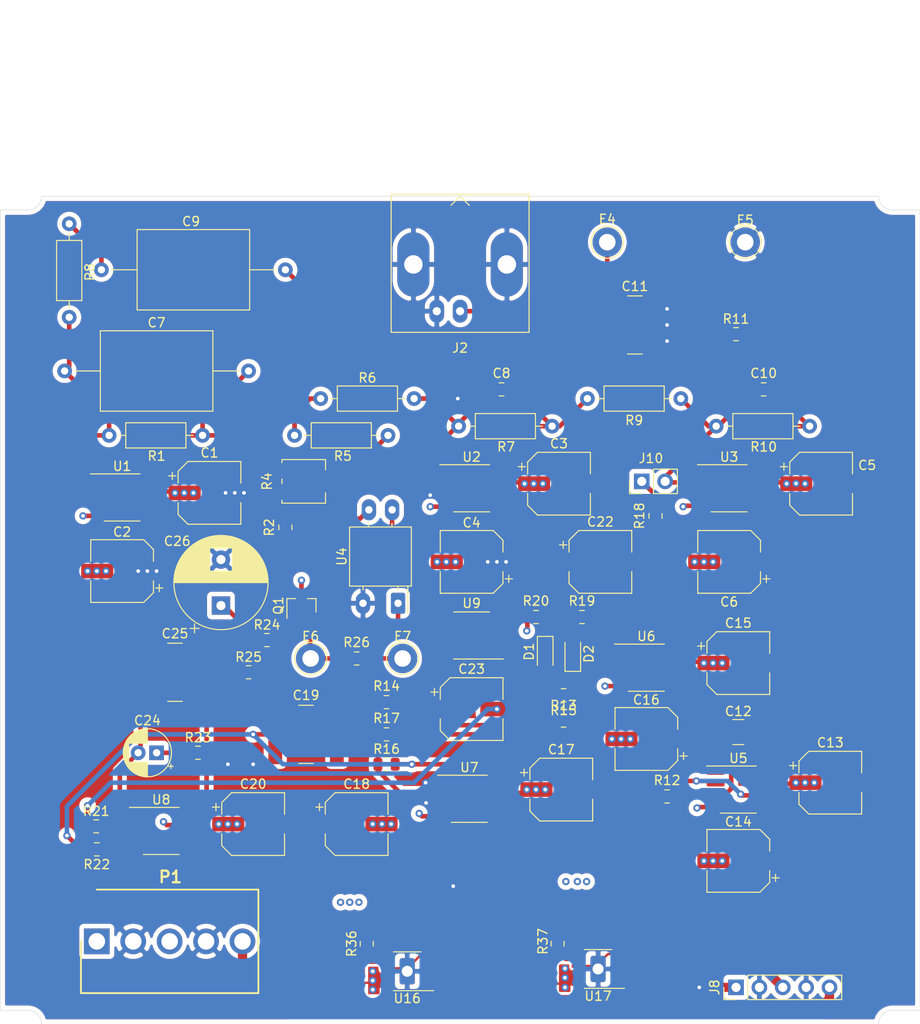
<source format=kicad_pcb>
(kicad_pcb (version 20171130) (host pcbnew "(5.1.5-0-10_14)")
  (title_block (date 2020-12-21) (rev B))
  (layers (0 F.Cu signal) (1 In1.Cu power) (2 In2.Cu power) (31 B.Cu signal) (34 B.Paste user) (35 F.Paste user) (36 B.SilkS user) (37 F.SilkS user) (38 B.Mask user) (39 F.Mask user) (44 Edge.Cuts user))
  (net 0 "")
  (net 1 GND)
  (net 2 /+V)
  (net 3 /-V)
  (net 4 "Net-(C7-Pad2)")
  (net 5 "Net-(C7-Pad1)")
  (net 6 "Net-(C8-Pad2)")
  (net 7 "Net-(C8-Pad1)")
  (net 8 "Net-(C9-Pad2)")
  (net 9 "Net-(C10-Pad2)")
  (net 10 "Net-(C10-Pad1)")
  (net 11 /7)
  (net 12 "Net-(C12-Pad2)")
  (net 13 "Net-(C19-Pad2)")
  (net 14 "Net-(C19-Pad1)")
  (net 15 "Net-(C22-Pad2)")
  (net 16 "Net-(C23-Pad2)")
  (net 17 "Net-(C24-Pad2)")
  (net 18 "Net-(C24-Pad1)")
  (net 19 "Net-(C25-Pad2)")
  (net 20 "Net-(C26-Pad1)")
  (net 21 "Net-(C29-Pad1)")
  (net 22 "Net-(C30-Pad2)")
  (net 23 "Net-(D1-Pad2)")
  (net 24 "Net-(D1-Pad1)")
  (net 25 "Net-(D2-Pad1)")
  (net 26 "Net-(E6-Pad1)")
  (net 27 "Net-(E7-Pad1)")
  (net 28 "Net-(Q1-Pad1)")
  (net 29 "Net-(R2-Pad1)")
  (net 30 "Net-(R4-Pad2)")
  (net 31 "Net-(R4-Pad1)")
  (net 32 "Net-(R5-Pad1)")
  (net 33 "Net-(U1-Pad8)")
  (net 34 "Net-(U1-Pad5)")
  (net 35 "Net-(U1-Pad1)")
  (net 36 "Net-(U2-Pad8)")
  (net 37 "Net-(U2-Pad5)")
  (net 38 "Net-(U2-Pad1)")
  (net 39 "Net-(U3-Pad8)")
  (net 40 "Net-(U3-Pad5)")
  (net 41 "Net-(U3-Pad1)")
  (net 42 "Net-(U5-Pad8)")
  (net 43 "Net-(U5-Pad5)")
  (net 44 "Net-(U5-Pad1)")
  (net 45 "Net-(U6-Pad8)")
  (net 46 "Net-(U6-Pad5)")
  (net 47 "Net-(U6-Pad1)")
  (net 48 "Net-(U7-Pad8)")
  (net 49 "Net-(U7-Pad5)")
  (net 50 "Net-(U7-Pad1)")
  (net 51 "Net-(U8-Pad8)")
  (net 52 "Net-(U8-Pad5)")
  (net 53 "Net-(U8-Pad1)")
  (net 54 "Net-(U9-Pad5)")
  (net 55 "Net-(U16-Pad5)")
  (net 56 "Net-(U17-Pad7)")
  (net 57 "Net-(U17-Pad4)")
  (net 58 /PSU/+IN)
  (net 59 /PSU/-IN)
  (net 60 "Net-(J8-Pad5)")
  (net 61 "Net-(J10-Pad1)")
  (net 62 "Net-(R13-Pad1)")
  (module Connector_PinHeader_2.54mm:PinHeader_1x02_P2.54mm_Vertical (layer F.Cu) (at 19.75 -19 90)
    (fp_text reference J10 (at 2.5 1 180) (layer F.SilkS))
    (fp_text value Jumper)
    (pad 2 thru_hole oval (at 0 2.54 90) (size 1.7 1.7) (drill 1) (layers *.Cu *.Mask) (net 9 "Net-(C10-Pad2)"))
    (pad 1 thru_hole rect (at 0 0 90) (size 1.7 1.7) (drill 1) (layers *.Cu *.Mask) (net 61 "Net-(J10-Pad1)"))
  )
  (module Package_SO:MSOP-12-1EP_3x4mm_P0.65mm_EP1.65x2.85mm (layer F.Cu) (at -5.75 34.25 180)
    (fp_text reference U16 (at 0 -2.95 180) (layer F.SilkS))
    (fp_text value LT3045xMSE)
    (pad 12 smd roundrect (at 2.15 -1.625 180) (size 1.45 0.4) (layers F.Cu F.Paste F.Mask) (net 2 /+V))
    (pad 11 smd roundrect (at 2.15 -0.975 180) (size 1.45 0.4) (layers F.Cu F.Paste F.Mask) (net 2 /+V))
    (pad 10 smd roundrect (at 2.15 -0.325 180) (size 1.45 0.4) (layers F.Cu F.Paste F.Mask) (net 2 /+V))
    (pad 9 smd roundrect (at 2.15 0.325 180) (size 1.45 0.4) (layers F.Cu F.Paste F.Mask) (net 1 GND))
    (pad 8 smd roundrect (at 2.15 0.975 180) (size 1.45 0.4) (layers F.Cu F.Paste F.Mask) (net 21 "Net-(C29-Pad1)"))
    (pad 7 smd roundrect (at 2.15 1.625 180) (size 1.45 0.4) (layers F.Cu F.Paste F.Mask) (net 58 /PSU/+IN))
    (pad 6 smd roundrect (at -2.15 1.625 180) (size 1.45 0.4) (layers F.Cu F.Paste F.Mask) (net 1 GND))
    (pad 5 smd roundrect (at -2.15 0.975 180) (size 1.45 0.4) (layers F.Cu F.Paste F.Mask) (net 55 "Net-(U16-Pad5)"))
    (pad 4 smd roundrect (at -2.15 0.325 180) (size 1.45 0.4) (layers F.Cu F.Paste F.Mask) (net 58 /PSU/+IN))
    (pad 3 smd roundrect (at -2.15 -0.325 180) (size 1.45 0.4) (layers F.Cu F.Paste F.Mask) (net 58 /PSU/+IN))
    (pad 2 smd roundrect (at -2.15 -0.975 180) (size 1.45 0.4) (layers F.Cu F.Paste F.Mask) (net 58 /PSU/+IN))
    (pad 1 smd roundrect (at -2.15 -1.625 180) (size 1.45 0.4) (layers F.Cu F.Paste F.Mask) (net 58 /PSU/+IN))
    (pad 13 thru_hole roundrect (at 0 0 180) (size 1.65 2.85) (drill 1.2) (layers *.Cu *.Mask) (roundrect_rratio 0.152) (net 1 GND))
  )
  (module Package_SO:MSOP-12-1EP_3x4mm_P0.65mm_EP1.65x2.85mm (layer F.Cu) (at 15 34 180)
    (fp_text reference U17 (at 0 -2.95 180) (layer F.SilkS))
    (fp_text value LT3094xMSE)
    (pad 12 smd roundrect (at 2.15 -1.625 180) (size 1.45 0.4) (layers F.Cu F.Paste F.Mask) (net 3 /-V))
    (pad 11 smd roundrect (at 2.15 -0.975 180) (size 1.45 0.4) (layers F.Cu F.Paste F.Mask) (net 3 /-V))
    (pad 10 smd roundrect (at 2.15 -0.325 180) (size 1.45 0.4) (layers F.Cu F.Paste F.Mask) (net 3 /-V))
    (pad 9 smd roundrect (at 2.15 0.325 180) (size 1.45 0.4) (layers F.Cu F.Paste F.Mask) (net 1 GND))
    (pad 8 smd roundrect (at 2.15 0.975 180) (size 1.45 0.4) (layers F.Cu F.Paste F.Mask) (net 22 "Net-(C30-Pad2)"))
    (pad 7 smd roundrect (at 2.15 1.625 180) (size 1.45 0.4) (layers F.Cu F.Paste F.Mask) (net 56 "Net-(U17-Pad7)"))
    (pad 6 smd roundrect (at -2.15 1.625 180) (size 1.45 0.4) (layers F.Cu F.Paste F.Mask) (net 1 GND))
    (pad 5 smd roundrect (at -2.15 0.975 180) (size 1.45 0.4) (layers F.Cu F.Paste F.Mask) (net 59 /PSU/-IN))
    (pad 4 smd roundrect (at -2.15 0.325 180) (size 1.45 0.4) (layers F.Cu F.Paste F.Mask) (net 57 "Net-(U17-Pad4)"))
    (pad 3 smd roundrect (at -2.15 -0.325 180) (size 1.45 0.4) (layers F.Cu F.Paste F.Mask) (net 59 /PSU/-IN))
    (pad 2 smd roundrect (at -2.15 -0.975 180) (size 1.45 0.4) (layers F.Cu F.Paste F.Mask) (net 59 /PSU/-IN))
    (pad 1 smd roundrect (at -2.15 -1.625 180) (size 1.45 0.4) (layers F.Cu F.Paste F.Mask) (net 59 /PSU/-IN))
    (pad 13 thru_hole roundrect (at 0 0 180) (size 1.65 2.85) (drill 1.2) (layers *.Cu *.Mask) (roundrect_rratio 0.152) (net 1 GND))
  )
  (module Connector_PinHeader_2.54mm:PinHeader_1x05_P2.54mm_Vertical (layer F.Cu) (at 30 36 90)
    (fp_text reference J8 (at 0 -2.33 90) (layer F.SilkS))
    (fp_text value Jumper)
    (pad 5 thru_hole oval (at 0 10.16 90) (size 1.7 1.7) (drill 1) (layers *.Cu *.Mask) (net 60 "Net-(J8-Pad5)"))
    (pad 4 thru_hole oval (at 0 7.62 90) (size 1.7 1.7) (drill 1) (layers *.Cu *.Mask) (net 1 GND))
    (pad 3 thru_hole oval (at 0 5.08 90) (size 1.7 1.7) (drill 1) (layers *.Cu *.Mask) (net 59 /PSU/-IN))
    (pad 2 thru_hole oval (at 0 2.54 90) (size 1.7 1.7) (drill 1) (layers *.Cu *.Mask) (net 1 GND))
    (pad 1 thru_hole rect (at 0 0 90) (size 1.7 1.7) (drill 1) (layers *.Cu *.Mask) (net 58 /PSU/+IN))
  )
  (module Package_SO:SOIC-8_3.9x4.9mm_P1.27mm (layer F.Cu) (at 1.25 -2.25 180)
    (fp_text reference U9 (at 0 3.5) (layer F.SilkS))
    (fp_text value LT1634-5)
    (pad 8 smd roundrect (at 2.475 -1.905 180) (size 1.95 0.6) (layers F.Cu F.Paste F.Mask))
    (pad 7 smd roundrect (at 2.475 -0.635 180) (size 1.95 0.6) (layers F.Cu F.Paste F.Mask))
    (pad 6 smd roundrect (at 2.475 0.635 180) (size 1.95 0.6) (layers F.Cu F.Paste F.Mask) (net 1 GND))
    (pad 5 smd roundrect (at 2.475 1.905 180) (size 1.95 0.6) (layers F.Cu F.Paste F.Mask) (net 54 "Net-(U9-Pad5)"))
    (pad 4 smd roundrect (at -2.475 1.905 180) (size 1.95 0.6) (layers F.Cu F.Paste F.Mask) (net 16 "Net-(C23-Pad2)"))
    (pad 3 smd roundrect (at -2.475 0.635 180) (size 1.95 0.6) (layers F.Cu F.Paste F.Mask))
    (pad 2 smd roundrect (at -2.475 -0.635 180) (size 1.95 0.6) (layers F.Cu F.Paste F.Mask))
    (pad 1 smd roundrect (at -2.475 -1.905 180) (size 1.95 0.6) (layers F.Cu F.Paste F.Mask))
  )
  (module Package_SO:SOIC-8_3.9x4.9mm_P1.27mm (layer F.Cu) (at -32.5 19)
    (fp_text reference U8 (at 0 -3.4) (layer F.SilkS))
    (fp_text value LT1006)
    (pad 8 smd roundrect (at 2.475 -1.905) (size 1.95 0.6) (layers F.Cu F.Paste F.Mask) (net 51 "Net-(U8-Pad8)"))
    (pad 7 smd roundrect (at 2.475 -0.635) (size 1.95 0.6) (layers F.Cu F.Paste F.Mask) (net 2 /+V))
    (pad 6 smd roundrect (at 2.475 0.635) (size 1.95 0.6) (layers F.Cu F.Paste F.Mask) (net 19 "Net-(C25-Pad2)"))
    (pad 5 smd roundrect (at 2.475 1.905) (size 1.95 0.6) (layers F.Cu F.Paste F.Mask) (net 52 "Net-(U8-Pad5)"))
    (pad 4 smd roundrect (at -2.475 1.905) (size 1.95 0.6) (layers F.Cu F.Paste F.Mask) (net 1 GND))
    (pad 3 smd roundrect (at -2.475 0.635) (size 1.95 0.6) (layers F.Cu F.Paste F.Mask) (net 1 GND))
    (pad 2 smd roundrect (at -2.475 -0.635) (size 1.95 0.6) (layers F.Cu F.Paste F.Mask) (net 17 "Net-(C24-Pad2)"))
    (pad 1 smd roundrect (at -2.475 -1.905) (size 1.95 0.6) (layers F.Cu F.Paste F.Mask) (net 53 "Net-(U8-Pad1)"))
  )
  (module Package_SO:SOIC-8_3.9x4.9mm_P1.27mm (layer F.Cu) (at 1 15.5)
    (fp_text reference U7 (at 0 -3.4) (layer F.SilkS))
    (fp_text value LT1122)
    (pad 8 smd roundrect (at 2.475 -1.905) (size 1.95 0.6) (layers F.Cu F.Paste F.Mask) (net 48 "Net-(U7-Pad8)"))
    (pad 7 smd roundrect (at 2.475 -0.635) (size 1.95 0.6) (layers F.Cu F.Paste F.Mask) (net 2 /+V))
    (pad 6 smd roundrect (at 2.475 0.635) (size 1.95 0.6) (layers F.Cu F.Paste F.Mask) (net 13 "Net-(C19-Pad2)"))
    (pad 5 smd roundrect (at 2.475 1.905) (size 1.95 0.6) (layers F.Cu F.Paste F.Mask) (net 49 "Net-(U7-Pad5)"))
    (pad 4 smd roundrect (at -2.475 1.905) (size 1.95 0.6) (layers F.Cu F.Paste F.Mask) (net 3 /-V))
    (pad 3 smd roundrect (at -2.475 0.635) (size 1.95 0.6) (layers F.Cu F.Paste F.Mask) (net 1 GND))
    (pad 2 smd roundrect (at -2.475 -0.635) (size 1.95 0.6) (layers F.Cu F.Paste F.Mask) (net 14 "Net-(C19-Pad1)"))
    (pad 1 smd roundrect (at -2.475 -1.905) (size 1.95 0.6) (layers F.Cu F.Paste F.Mask) (net 50 "Net-(U7-Pad1)"))
  )
  (module Package_SO:SOIC-8_3.9x4.9mm_P1.27mm (layer F.Cu) (at 20.25 1.25)
    (fp_text reference U6 (at 0 -3.4) (layer F.SilkS))
    (fp_text value LT1122)
    (pad 8 smd roundrect (at 2.475 -1.905) (size 1.95 0.6) (layers F.Cu F.Paste F.Mask) (net 45 "Net-(U6-Pad8)"))
    (pad 7 smd roundrect (at 2.475 -0.635) (size 1.95 0.6) (layers F.Cu F.Paste F.Mask) (net 2 /+V))
    (pad 6 smd roundrect (at 2.475 0.635) (size 1.95 0.6) (layers F.Cu F.Paste F.Mask) (net 24 "Net-(D1-Pad1)"))
    (pad 5 smd roundrect (at 2.475 1.905) (size 1.95 0.6) (layers F.Cu F.Paste F.Mask) (net 46 "Net-(U6-Pad5)"))
    (pad 4 smd roundrect (at -2.475 1.905) (size 1.95 0.6) (layers F.Cu F.Paste F.Mask) (net 3 /-V))
    (pad 3 smd roundrect (at -2.475 0.635) (size 1.95 0.6) (layers F.Cu F.Paste F.Mask) (net 1 GND))
    (pad 2 smd roundrect (at -2.475 -0.635) (size 1.95 0.6) (layers F.Cu F.Paste F.Mask) (net 25 "Net-(D2-Pad1)"))
    (pad 1 smd roundrect (at -2.475 -1.905) (size 1.95 0.6) (layers F.Cu F.Paste F.Mask) (net 47 "Net-(U6-Pad1)"))
  )
  (module Package_SO:SOIC-8_3.9x4.9mm_P1.27mm (layer F.Cu) (at 30.25 14.5)
    (fp_text reference U5 (at 0 -3.4) (layer F.SilkS))
    (fp_text value LT1122)
    (pad 8 smd roundrect (at 2.475 -1.905) (size 1.95 0.6) (layers F.Cu F.Paste F.Mask) (net 42 "Net-(U5-Pad8)"))
    (pad 7 smd roundrect (at 2.475 -0.635) (size 1.95 0.6) (layers F.Cu F.Paste F.Mask) (net 2 /+V))
    (pad 6 smd roundrect (at 2.475 0.635) (size 1.95 0.6) (layers F.Cu F.Paste F.Mask) (net 62 "Net-(R13-Pad1)"))
    (pad 5 smd roundrect (at 2.475 1.905) (size 1.95 0.6) (layers F.Cu F.Paste F.Mask) (net 43 "Net-(U5-Pad5)"))
    (pad 4 smd roundrect (at -2.475 1.905) (size 1.95 0.6) (layers F.Cu F.Paste F.Mask) (net 3 /-V))
    (pad 3 smd roundrect (at -2.475 0.635) (size 1.95 0.6) (layers F.Cu F.Paste F.Mask) (net 12 "Net-(C12-Pad2)"))
    (pad 2 smd roundrect (at -2.475 -0.635) (size 1.95 0.6) (layers F.Cu F.Paste F.Mask) (net 62 "Net-(R13-Pad1)"))
    (pad 1 smd roundrect (at -2.475 -1.905) (size 1.95 0.6) (layers F.Cu F.Paste F.Mask) (net 44 "Net-(U5-Pad1)"))
  )
  (module OptoDevice:Luna_NSL-32 (layer F.Cu) (at -6.75 -5.75 90)
    (fp_text reference U4 (at 5.08 -6.11 270) (layer F.SilkS))
    (fp_text value NSL-32)
    (pad 4 thru_hole oval (at 10.16 -0.64 90) (size 2.29 1.57) (drill 0.81) (layers *.Cu *.Mask) (net 5 "Net-(C7-Pad1)"))
    (pad 3 thru_hole oval (at 10.16 -3.17 90) (size 2.29 1.57) (drill 0.81) (layers *.Cu *.Mask) (net 29 "Net-(R2-Pad1)"))
    (pad 2 thru_hole oval (at 0 -3.81 90) (size 2.29 1.57) (drill 0.81) (layers *.Cu *.Mask) (net 1 GND))
    (pad 1 thru_hole roundrect (at 0 0 90) (size 2.29 1.57) (drill 0.81) (layers *.Cu *.Mask) (roundrect_rratio 0.159) (net 27 "Net-(E7-Pad1)"))
  )
  (module Package_SO:SOIC-8_3.9x4.9mm_P1.27mm (layer F.Cu) (at 29.25 -18.25)
    (fp_text reference U3 (at 0 -3.4) (layer F.SilkS))
    (fp_text value LT1468)
    (pad 8 smd roundrect (at 2.475 -1.905) (size 1.95 0.6) (layers F.Cu F.Paste F.Mask) (net 39 "Net-(U3-Pad8)"))
    (pad 7 smd roundrect (at 2.475 -0.635) (size 1.95 0.6) (layers F.Cu F.Paste F.Mask) (net 2 /+V))
    (pad 6 smd roundrect (at 2.475 0.635) (size 1.95 0.6) (layers F.Cu F.Paste F.Mask) (net 10 "Net-(C10-Pad1)"))
    (pad 5 smd roundrect (at 2.475 1.905) (size 1.95 0.6) (layers F.Cu F.Paste F.Mask) (net 40 "Net-(U3-Pad5)"))
    (pad 4 smd roundrect (at -2.475 1.905) (size 1.95 0.6) (layers F.Cu F.Paste F.Mask) (net 3 /-V))
    (pad 3 smd roundrect (at -2.475 0.635) (size 1.95 0.6) (layers F.Cu F.Paste F.Mask) (net 1 GND))
    (pad 2 smd roundrect (at -2.475 -0.635) (size 1.95 0.6) (layers F.Cu F.Paste F.Mask) (net 9 "Net-(C10-Pad2)"))
    (pad 1 smd roundrect (at -2.475 -1.905) (size 1.95 0.6) (layers F.Cu F.Paste F.Mask) (net 41 "Net-(U3-Pad1)"))
  )
  (module Package_SO:SOIC-8_3.9x4.9mm_P1.27mm (layer F.Cu) (at 1.25 -18.25)
    (fp_text reference U2 (at 0 -3.4) (layer F.SilkS))
    (fp_text value LT1468)
    (pad 8 smd roundrect (at 2.475 -1.905) (size 1.95 0.6) (layers F.Cu F.Paste F.Mask) (net 36 "Net-(U2-Pad8)"))
    (pad 7 smd roundrect (at 2.475 -0.635) (size 1.95 0.6) (layers F.Cu F.Paste F.Mask) (net 2 /+V))
    (pad 6 smd roundrect (at 2.475 0.635) (size 1.95 0.6) (layers F.Cu F.Paste F.Mask) (net 7 "Net-(C8-Pad1)"))
    (pad 5 smd roundrect (at 2.475 1.905) (size 1.95 0.6) (layers F.Cu F.Paste F.Mask) (net 37 "Net-(U2-Pad5)"))
    (pad 4 smd roundrect (at -2.475 1.905) (size 1.95 0.6) (layers F.Cu F.Paste F.Mask) (net 3 /-V))
    (pad 3 smd roundrect (at -2.475 0.635) (size 1.95 0.6) (layers F.Cu F.Paste F.Mask) (net 1 GND))
    (pad 2 smd roundrect (at -2.475 -0.635) (size 1.95 0.6) (layers F.Cu F.Paste F.Mask) (net 6 "Net-(C8-Pad2)"))
    (pad 1 smd roundrect (at -2.475 -1.905) (size 1.95 0.6) (layers F.Cu F.Paste F.Mask) (net 38 "Net-(U2-Pad1)"))
  )
  (module Package_SO:SOIC-8_3.9x4.9mm_P1.27mm (layer F.Cu) (at -36.75 -17.25)
    (fp_text reference U1 (at 0 -3.4) (layer F.SilkS))
    (fp_text value LT1468)
    (pad 8 smd roundrect (at 2.475 -1.905) (size 1.95 0.6) (layers F.Cu F.Paste F.Mask) (net 33 "Net-(U1-Pad8)"))
    (pad 7 smd roundrect (at 2.475 -0.635) (size 1.95 0.6) (layers F.Cu F.Paste F.Mask) (net 2 /+V))
    (pad 6 smd roundrect (at 2.475 0.635) (size 1.95 0.6) (layers F.Cu F.Paste F.Mask) (net 5 "Net-(C7-Pad1)"))
    (pad 5 smd roundrect (at 2.475 1.905) (size 1.95 0.6) (layers F.Cu F.Paste F.Mask) (net 34 "Net-(U1-Pad5)"))
    (pad 4 smd roundrect (at -2.475 1.905) (size 1.95 0.6) (layers F.Cu F.Paste F.Mask) (net 3 /-V))
    (pad 3 smd roundrect (at -2.475 0.635) (size 1.95 0.6) (layers F.Cu F.Paste F.Mask) (net 1 GND))
    (pad 2 smd roundrect (at -2.475 -0.635) (size 1.95 0.6) (layers F.Cu F.Paste F.Mask) (net 4 "Net-(C7-Pad2)"))
    (pad 1 smd roundrect (at -2.475 -1.905) (size 1.95 0.6) (layers F.Cu F.Paste F.Mask) (net 35 "Net-(U1-Pad1)"))
  )
  (module Resistor_SMD:R_0805_2012Metric (layer F.Cu) (at 10.6 31.25 270)
    (fp_text reference R37 (at -0.25 1.6 90) (layer F.SilkS))
    (fp_text value 120K)
    (pad 2 smd roundrect (at 0.9375 0 270) (size 0.975 1.4) (layers F.Cu F.Paste F.Mask) (net 22 "Net-(C30-Pad2)"))
    (pad 1 smd roundrect (at -0.9375 0 270) (size 0.975 1.4) (layers F.Cu F.Paste F.Mask) (net 1 GND))
  )
  (module Resistor_SMD:R_0805_2012Metric (layer F.Cu) (at -10.15 31.25 90)
    (fp_text reference R36 (at 0 -1.65 90) (layer F.SilkS))
    (fp_text value 120K)
    (pad 2 smd roundrect (at 0.9375 0 90) (size 0.975 1.4) (layers F.Cu F.Paste F.Mask) (net 1 GND))
    (pad 1 smd roundrect (at -0.9375 0 90) (size 0.975 1.4) (layers F.Cu F.Paste F.Mask) (net 21 "Net-(C29-Pad1)"))
  )
  (module Resistor_SMD:R_0805_2012Metric (layer F.Cu) (at -11.25 0.25 180)
    (fp_text reference R26 (at 0 1.75) (layer F.SilkS))
    (fp_text value 470)
    (pad 2 smd roundrect (at 0.9375 0 180) (size 0.975 1.4) (layers F.Cu F.Paste F.Mask) (net 26 "Net-(E6-Pad1)"))
    (pad 1 smd roundrect (at -0.9375 0 180) (size 0.975 1.4) (layers F.Cu F.Paste F.Mask) (net 27 "Net-(E7-Pad1)"))
  )
  (module Resistor_SMD:R_0805_2012Metric (layer F.Cu) (at -23 1.75)
    (fp_text reference R25 (at 0 -1.65) (layer F.SilkS))
    (fp_text value 470)
    (pad 2 smd roundrect (at 0.9375 0) (size 0.975 1.4) (layers F.Cu F.Paste F.Mask) (net 20 "Net-(C26-Pad1)"))
    (pad 1 smd roundrect (at -0.9375 0) (size 0.975 1.4) (layers F.Cu F.Paste F.Mask) (net 19 "Net-(C25-Pad2)"))
  )
  (module Resistor_SMD:R_0805_2012Metric (layer F.Cu) (at -21 -1.75)
    (fp_text reference R24 (at 0 -1.65) (layer F.SilkS))
    (fp_text value 100)
    (pad 2 smd roundrect (at 0.9375 0) (size 0.975 1.4) (layers F.Cu F.Paste F.Mask) (net 28 "Net-(Q1-Pad1)"))
    (pad 1 smd roundrect (at -0.9375 0) (size 0.975 1.4) (layers F.Cu F.Paste F.Mask) (net 20 "Net-(C26-Pad1)"))
  )
  (module Resistor_SMD:R_0805_2012Metric (layer F.Cu) (at -28.5 10.5)
    (fp_text reference R23 (at 0 -1.65) (layer F.SilkS))
    (fp_text value 36K)
    (pad 2 smd roundrect (at 0.9375 0) (size 0.975 1.4) (layers F.Cu F.Paste F.Mask) (net 19 "Net-(C25-Pad2)"))
    (pad 1 smd roundrect (at -0.9375 0) (size 0.975 1.4) (layers F.Cu F.Paste F.Mask) (net 18 "Net-(C24-Pad1)"))
  )
  (module Resistor_SMD:R_0805_2012Metric (layer F.Cu) (at -39.5 21 180)
    (fp_text reference R22 (at 0 -1.65) (layer F.SilkS))
    (fp_text value 28K)
    (pad 2 smd roundrect (at 0.9375 0 180) (size 0.975 1.4) (layers F.Cu F.Paste F.Mask) (net 13 "Net-(C19-Pad2)"))
    (pad 1 smd roundrect (at -0.9375 0 180) (size 0.975 1.4) (layers F.Cu F.Paste F.Mask) (net 17 "Net-(C24-Pad2)"))
  )
  (module Resistor_SMD:R_0805_2012Metric (layer F.Cu) (at -39.5625 18.5)
    (fp_text reference R21 (at 0 -1.65) (layer F.SilkS))
    (fp_text value 100K)
    (pad 2 smd roundrect (at 0.9375 0) (size 0.975 1.4) (layers F.Cu F.Paste F.Mask) (net 17 "Net-(C24-Pad2)"))
    (pad 1 smd roundrect (at -0.9375 0) (size 0.975 1.4) (layers F.Cu F.Paste F.Mask) (net 16 "Net-(C23-Pad2)"))
  )
  (module Resistor_SMD:R_0805_2012Metric (layer F.Cu) (at 8.25 -4.25 180)
    (fp_text reference R20 (at 0 1.75) (layer F.SilkS))
    (fp_text value 4.3K)
    (pad 2 smd roundrect (at 0.9375 0 180) (size 0.975 1.4) (layers F.Cu F.Paste F.Mask) (net 3 /-V))
    (pad 1 smd roundrect (at -0.9375 0 180) (size 0.975 1.4) (layers F.Cu F.Paste F.Mask) (net 16 "Net-(C23-Pad2)"))
  )
  (module Resistor_SMD:R_0805_2012Metric (layer F.Cu) (at 13.25 -4.25 180)
    (fp_text reference R19 (at 0 1.75) (layer F.SilkS))
    (fp_text value 12.1K)
    (pad 2 smd roundrect (at 0.9375 0 180) (size 0.975 1.4) (layers F.Cu F.Paste F.Mask) (net 16 "Net-(C23-Pad2)"))
    (pad 1 smd roundrect (at -0.9375 0 180) (size 0.975 1.4) (layers F.Cu F.Paste F.Mask) (net 15 "Net-(C22-Pad2)"))
  )
  (module Resistor_SMD:R_0805_2012Metric (layer F.Cu) (at 21.25 -15.25 270)
    (fp_text reference R18 (at 0 1.75 90) (layer F.SilkS))
    (fp_text value 12.1K)
    (pad 2 smd roundrect (at 0.9375 0 270) (size 0.975 1.4) (layers F.Cu F.Paste F.Mask) (net 15 "Net-(C22-Pad2)"))
    (pad 1 smd roundrect (at -0.9375 0 270) (size 0.975 1.4) (layers F.Cu F.Paste F.Mask) (net 61 "Net-(J10-Pad1)"))
  )
  (module Resistor_SMD:R_0805_2012Metric (layer F.Cu) (at -8 8.5 180)
    (fp_text reference R17 (at 0 1.75) (layer F.SilkS))
    (fp_text value 10K)
    (pad 2 smd roundrect (at 0.9375 0 180) (size 0.975 1.4) (layers F.Cu F.Paste F.Mask) (net 14 "Net-(C19-Pad1)"))
    (pad 1 smd roundrect (at -0.9375 0 180) (size 0.975 1.4) (layers F.Cu F.Paste F.Mask) (net 62 "Net-(R13-Pad1)"))
  )
  (module Resistor_SMD:R_0805_2012Metric (layer F.Cu) (at -8 11.75)
    (fp_text reference R16 (at 0 -1.65) (layer F.SilkS))
    (fp_text value 10K)
    (pad 2 smd roundrect (at 0.9375 0) (size 0.975 1.4) (layers F.Cu F.Paste F.Mask) (net 13 "Net-(C19-Pad2)"))
    (pad 1 smd roundrect (at -0.9375 0) (size 0.975 1.4) (layers F.Cu F.Paste F.Mask) (net 14 "Net-(C19-Pad1)"))
  )
  (module Resistor_SMD:R_0805_2012Metric (layer F.Cu) (at 11.25 4.25 180)
    (fp_text reference R15 (at 0 -1.65) (layer F.SilkS))
    (fp_text value 10K)
    (pad 2 smd roundrect (at 0.9375 0 180) (size 0.975 1.4) (layers F.Cu F.Paste F.Mask) (net 23 "Net-(D1-Pad2)"))
    (pad 1 smd roundrect (at -0.9375 0 180) (size 0.975 1.4) (layers F.Cu F.Paste F.Mask) (net 25 "Net-(D2-Pad1)"))
  )
  (module Resistor_SMD:R_0805_2012Metric (layer F.Cu) (at -8 5 180)
    (fp_text reference R14 (at 0 1.75) (layer F.SilkS))
    (fp_text value 4.99K)
    (pad 2 smd roundrect (at 0.9375 0 180) (size 0.975 1.4) (layers F.Cu F.Paste F.Mask) (net 14 "Net-(C19-Pad1)"))
    (pad 1 smd roundrect (at -0.9375 0 180) (size 0.975 1.4) (layers F.Cu F.Paste F.Mask) (net 23 "Net-(D1-Pad2)"))
  )
  (module Resistor_SMD:R_0805_2012Metric (layer F.Cu) (at 11.25 7)
    (fp_text reference R13 (at 0 -1.65) (layer F.SilkS))
    (fp_text value 10K)
    (pad 2 smd roundrect (at 0.9375 0) (size 0.975 1.4) (layers F.Cu F.Paste F.Mask) (net 25 "Net-(D2-Pad1)"))
    (pad 1 smd roundrect (at -0.9375 0) (size 0.975 1.4) (layers F.Cu F.Paste F.Mask) (net 62 "Net-(R13-Pad1)"))
  )
  (module Resistor_SMD:R_0805_2012Metric (layer F.Cu) (at 22.5 15.25 180)
    (fp_text reference R12 (at 0 1.75) (layer F.SilkS))
    (fp_text value 1M)
    (pad 2 smd roundrect (at 0.9375 0 180) (size 0.975 1.4) (layers F.Cu F.Paste F.Mask) (net 1 GND))
    (pad 1 smd roundrect (at -0.9375 0 180) (size 0.975 1.4) (layers F.Cu F.Paste F.Mask) (net 12 "Net-(C12-Pad2)"))
  )
  (module Resistor_SMD:R_0805_2012Metric (layer F.Cu) (at 30 -35)
    (fp_text reference R11 (at 0 -1.65) (layer F.SilkS))
    (fp_text value 130)
    (pad 2 smd roundrect (at 0.9375 0) (size 0.975 1.4) (layers F.Cu F.Paste F.Mask) (net 10 "Net-(C10-Pad1)"))
    (pad 1 smd roundrect (at -0.9375 0) (size 0.975 1.4) (layers F.Cu F.Paste F.Mask) (net 11 /7))
  )
  (module Resistor_THT:R_Axial_DIN0207_L6.3mm_D2.5mm_P10.16mm_Horizontal (layer F.Cu) (at 38 -25 180)
    (fp_text reference R10 (at 5 -2.25) (layer F.SilkS))
    (fp_text value "12.1K 0.1%")
    (pad 2 thru_hole oval (at 10.16 0 180) (size 1.6 1.6) (drill 0.8) (layers *.Cu *.Mask) (net 9 "Net-(C10-Pad2)"))
    (pad 1 thru_hole circle (at 0 0 180) (size 1.6 1.6) (drill 0.8) (layers *.Cu *.Mask) (net 10 "Net-(C10-Pad1)"))
  )
  (module Resistor_THT:R_Axial_DIN0207_L6.3mm_D2.5mm_P10.16mm_Horizontal (layer F.Cu) (at 24 -28 180)
    (fp_text reference R9 (at 5.08 -2.37) (layer F.SilkS))
    (fp_text value "9.09K 0.1%")
    (pad 2 thru_hole oval (at 10.16 0 180) (size 1.6 1.6) (drill 0.8) (layers *.Cu *.Mask) (net 7 "Net-(C8-Pad1)"))
    (pad 1 thru_hole circle (at 0 0 180) (size 1.6 1.6) (drill 0.8) (layers *.Cu *.Mask) (net 9 "Net-(C10-Pad2)"))
  )
  (module Resistor_THT:R_Axial_DIN0207_L6.3mm_D2.5mm_P10.16mm_Horizontal (layer F.Cu) (at -42.5 -47 270)
    (fp_text reference R8 (at 5.25 -2.25 90) (layer F.SilkS))
    (fp_text value "7.87K 0.1%")
    (pad 2 thru_hole oval (at 10.16 0 270) (size 1.6 1.6) (drill 0.8) (layers *.Cu *.Mask) (net 4 "Net-(C7-Pad2)"))
    (pad 1 thru_hole circle (at 0 0 270) (size 1.6 1.6) (drill 0.8) (layers *.Cu *.Mask) (net 8 "Net-(C9-Pad2)"))
  )
  (module Resistor_THT:R_Axial_DIN0207_L6.3mm_D2.5mm_P10.16mm_Horizontal (layer F.Cu) (at 10 -25 180)
    (fp_text reference R7 (at 5 -2.25) (layer F.SilkS))
    (fp_text value "40.2K 0.1%")
    (pad 2 thru_hole oval (at 10.16 0 180) (size 1.6 1.6) (drill 0.8) (layers *.Cu *.Mask) (net 6 "Net-(C8-Pad2)"))
    (pad 1 thru_hole circle (at 0 0 180) (size 1.6 1.6) (drill 0.8) (layers *.Cu *.Mask) (net 7 "Net-(C8-Pad1)"))
  )
  (module Resistor_THT:R_Axial_DIN0207_L6.3mm_D2.5mm_P10.16mm_Horizontal (layer F.Cu) (at -5 -28 180)
    (fp_text reference R6 (at 5.08 2.25) (layer F.SilkS))
    (fp_text value "19.1K 0.1%")
    (pad 2 thru_hole oval (at 10.16 0 180) (size 1.6 1.6) (drill 0.8) (layers *.Cu *.Mask) (net 32 "Net-(R5-Pad1)"))
    (pad 1 thru_hole circle (at 0 0 180) (size 1.6 1.6) (drill 0.8) (layers *.Cu *.Mask) (net 6 "Net-(C8-Pad2)"))
  )
  (module Resistor_THT:R_Axial_DIN0207_L6.3mm_D2.5mm_P10.16mm_Horizontal (layer F.Cu) (at -18 -24)
    (fp_text reference R5 (at 5.25 2.25) (layer F.SilkS))
    (fp_text value "715 0.1%")
    (pad 2 thru_hole oval (at 10.16 0) (size 1.6 1.6) (drill 0.8) (layers *.Cu *.Mask) (net 30 "Net-(R4-Pad2)"))
    (pad 1 thru_hole circle (at 0 0) (size 1.6 1.6) (drill 0.8) (layers *.Cu *.Mask) (net 32 "Net-(R5-Pad1)"))
  )
  (module Potentiometer_SMD:Potentiometer_Bourns_3314J_Vertical (layer F.Cu) (at -17 -19 90)
    (fp_text reference R4 (at 0 -4 90) (layer F.SilkS))
    (fp_text value 500)
    (pad 3 smd rect (at -1.15 -2 90) (size 1.3 2) (layers F.Cu F.Paste F.Mask) (net 29 "Net-(R2-Pad1)"))
    (pad 2 smd rect (at 0 2 90) (size 2 2) (layers F.Cu F.Paste F.Mask) (net 30 "Net-(R4-Pad2)"))
    (pad 1 smd rect (at 1.15 -2 90) (size 1.3 2) (layers F.Cu F.Paste F.Mask) (net 31 "Net-(R4-Pad1)"))
  )
  (module Resistor_SMD:R_0805_2012Metric (layer F.Cu) (at -19 -14 270)
    (fp_text reference R2 (at 0 1.75 90) (layer F.SilkS))
    (fp_text value 249)
    (pad 2 smd roundrect (at 0.9375 0 270) (size 0.975 1.4) (layers F.Cu F.Paste F.Mask) (net 5 "Net-(C7-Pad1)"))
    (pad 1 smd roundrect (at -0.9375 0 270) (size 0.975 1.4) (layers F.Cu F.Paste F.Mask) (net 29 "Net-(R2-Pad1)"))
  )
  (module Resistor_THT:R_Axial_DIN0207_L6.3mm_D2.5mm_P10.16mm_Horizontal (layer F.Cu) (at -28 -24 180)
    (fp_text reference R1 (at 5 -2.25) (layer F.SilkS))
    (fp_text value "7.87K 0.1%")
    (pad 2 thru_hole oval (at 10.16 0 180) (size 1.6 1.6) (drill 0.8) (layers *.Cu *.Mask) (net 4 "Net-(C7-Pad2)"))
    (pad 1 thru_hole circle (at 0 0 180) (size 1.6 1.6) (drill 0.8) (layers *.Cu *.Mask) (net 5 "Net-(C7-Pad1)"))
  )
  (module Package_TO_SOT_SMD:SOT-23 (layer F.Cu) (at -17.25 -5.5 90)
    (fp_text reference Q1 (at 0 -2.5 90) (layer F.SilkS))
    (fp_text value MMBT3904)
    (pad 3 smd rect (at 1 0 90) (size 0.9 0.8) (layers F.Cu F.Paste F.Mask) (net 2 /+V))
    (pad 2 smd rect (at -1 0.95 90) (size 0.9 0.8) (layers F.Cu F.Paste F.Mask) (net 26 "Net-(E6-Pad1)"))
    (pad 1 smd rect (at -1 -0.95 90) (size 0.9 0.8) (layers F.Cu F.Paste F.Mask) (net 28 "Net-(Q1-Pad1)"))
  )
  (module Audio_Components:Molex_Header_PCB_09-65-2058 (layer F.Cu) (at -39.5 31)
    (fp_text reference P1 (at 8 -7) (layer F.SilkS) (effects (font (size 1.27 1.27) (thickness 0.254))))
    (fp_text value Conn_01x05 hide)
    (pad 5 thru_hole circle (at 15.84 0) (size 2.8 2.8) (drill 1.8) (layers *.Cu *.Mask) (net 60 "Net-(J8-Pad5)"))
    (pad 4 thru_hole circle (at 11.88 0) (size 2.8 2.8) (drill 1.8) (layers *.Cu *.Mask) (net 1 GND))
    (pad 3 thru_hole circle (at 7.92 0) (size 2.8 2.8) (drill 1.8) (layers *.Cu *.Mask) (net 2 /+V))
    (pad 2 thru_hole circle (at 3.96 0) (size 2.8 2.8) (drill 1.8) (layers *.Cu *.Mask) (net 1 GND))
    (pad 1 thru_hole rect (at 0 0) (size 2.8 2.8) (drill 1.8) (layers *.Cu *.Mask) (net 3 /-V))
  )
  (module Connector_Coaxial:BNC_Molex_73138-5033_Horizontal (layer F.Cu) (at 0 -37.5)
    (fp_text reference J2 (at 0 4) (layer F.SilkS))
    (fp_text value SINE_OUT)
    (pad 2 thru_hole oval (at -2.54 0) (size 1.6 2.5) (drill 0.89) (layers *.Cu *.Mask) (net 1 GND))
    (pad 1 thru_hole oval (at 0 0) (size 1.6 2.5) (drill 0.89) (layers *.Cu *.Mask) (net 11 /7))
    (pad 2 thru_hole oval (at 5.08 -5.08) (size 3.5 7) (drill 2.01) (layers *.Cu *.Mask) (net 1 GND))
    (pad 2 thru_hole oval (at -5.08 -5.08) (size 3.5 7) (drill 2.01) (layers *.Cu *.Mask) (net 1 GND))
  )
  (module TestPoint:TestPoint_THTPad_D3.2mm_Drill1.8mm (layer F.Cu) (at -6.25 0.25)
    (fp_text reference E7 (at 0 -2.398) (layer F.SilkS))
    (fp_text value TP2)
    (pad 1 thru_hole circle (at 0 0) (size 3.2 3.2) (drill 1.8) (layers *.Cu *.Mask) (net 27 "Net-(E7-Pad1)"))
  )
  (module TestPoint:TestPoint_THTPad_D3.2mm_Drill1.8mm (layer F.Cu) (at -16.25 0.25)
    (fp_text reference E6 (at 0 -2.398) (layer F.SilkS))
    (fp_text value TP1)
    (pad 1 thru_hole circle (at 0 0) (size 3.2 3.2) (drill 1.8) (layers *.Cu *.Mask) (net 26 "Net-(E6-Pad1)"))
  )
  (module TestPoint:TestPoint_THTPad_D3.2mm_Drill1.8mm (layer F.Cu) (at 31 -45)
    (fp_text reference E5 (at 0 -2.398) (layer F.SilkS))
    (fp_text value GND)
    (pad 1 thru_hole circle (at 0 0) (size 3.2 3.2) (drill 1.8) (layers *.Cu *.Mask) (net 1 GND))
  )
  (module TestPoint:TestPoint_THTPad_D3.2mm_Drill1.8mm (layer F.Cu) (at 16 -45 180)
    (fp_text reference E4 (at 0 2.5) (layer F.SilkS))
    (fp_text value SINE_OUT)
    (pad 1 thru_hole circle (at 0 0 180) (size 3.2 3.2) (drill 1.8) (layers *.Cu *.Mask) (net 11 /7))
  )
  (module Diode_SMD:D_SOD-323_HandSoldering (layer F.Cu) (at 12.25 -0.25 90)
    (fp_text reference D2 (at 0 1.75 90) (layer F.SilkS))
    (fp_text value 1N4148)
    (pad 2 smd rect (at 1.25 0 90) (size 1 1) (layers F.Cu F.Paste F.Mask) (net 24 "Net-(D1-Pad1)"))
    (pad 1 smd rect (at -1.25 0 90) (size 1 1) (layers F.Cu F.Paste F.Mask) (net 25 "Net-(D2-Pad1)"))
  )
  (module Diode_SMD:D_SOD-323_HandSoldering (layer F.Cu) (at 9.25 -0.25 270)
    (fp_text reference D1 (at -0.25 1.75 90) (layer F.SilkS))
    (fp_text value 1N4148)
    (pad 2 smd rect (at 1.25 0 270) (size 1 1) (layers F.Cu F.Paste F.Mask) (net 23 "Net-(D1-Pad2)"))
    (pad 1 smd rect (at -1.25 0 270) (size 1 1) (layers F.Cu F.Paste F.Mask) (net 24 "Net-(D1-Pad1)"))
  )
  (module Capacitor_THT:CP_Radial_D10.0mm_P5.00mm_L16mm (layer F.Cu) (at -26 -5.5 90)
    (fp_text reference C26 (at 7 -4.75 180) (layer F.SilkS))
    (fp_text value 100u)
    (pad 2 thru_hole circle (at 5 0 90) (size 2 2) (drill 1) (layers *.Cu *.Mask) (net 1 GND))
    (pad 1 thru_hole rect (at 0 0 90) (size 2 2) (drill 1) (layers *.Cu *.Mask) (net 20 "Net-(C26-Pad1)"))
  )
  (module Capacitor_SMD:C_2824_7260Metric_H5.0 (layer F.Cu) (at -31 1.75)
    (fp_text reference C25 (at 0 -4.2) (layer F.SilkS))
    (fp_text value 1u)
    (pad 2 smd roundrect (at 3.35 0) (size 1.5 6.5) (layers F.Cu F.Paste F.Mask) (roundrect_rratio 0.083) (net 19 "Net-(C25-Pad2)"))
    (pad 1 smd roundrect (at -3.35 0) (size 1.5 6.5) (layers F.Cu F.Paste F.Mask) (roundrect_rratio 0.083) (net 17 "Net-(C24-Pad2)"))
  )
  (module Capacitor_THT:CP_Radial_D5.0mm_P2.00mm_L11mm (layer F.Cu) (at -33 10.5 180)
    (fp_text reference C24 (at 1 3.5) (layer F.SilkS))
    (fp_text value 22u)
    (pad 2 thru_hole circle (at 2 0 180) (size 1.6 1.6) (drill 0.8) (layers *.Cu *.Mask) (net 17 "Net-(C24-Pad2)"))
    (pad 1 thru_hole rect (at 0 0 180) (size 1.6 1.6) (drill 0.8) (layers *.Cu *.Mask) (net 18 "Net-(C24-Pad1)"))
  )
  (module Capacitor_SMD:CP_Elec_6.3x5.8 (layer F.Cu) (at 1.25 5.75)
    (fp_text reference C23 (at 0 -4.35) (layer F.SilkS))
    (fp_text value 10u)
    (pad 2 smd roundrect (at 2.7 0) (size 3.5 1.6) (layers F.Cu F.Paste F.Mask) (roundrect_rratio 0.15625) (net 16 "Net-(C23-Pad2)"))
    (pad 1 smd roundrect (at -2.7 0) (size 3.5 1.6) (layers F.Cu F.Paste F.Mask) (roundrect_rratio 0.15625) (net 1 GND))
  )
  (module Capacitor_SMD:CP_Elec_6.3x5.8 (layer F.Cu) (at 15.25 -10.25)
    (fp_text reference C22 (at 0 -4.35) (layer F.SilkS))
    (fp_text value 10u)
    (pad 2 smd roundrect (at 2.7 0) (size 3.5 1.6) (layers F.Cu F.Paste F.Mask) (roundrect_rratio 0.15625) (net 15 "Net-(C22-Pad2)"))
    (pad 1 smd roundrect (at -2.7 0) (size 3.5 1.6) (layers F.Cu F.Paste F.Mask) (roundrect_rratio 0.15625) (net 1 GND))
  )
  (module Capacitor_SMD:CP_Elec_6.3x5.8 (layer F.Cu) (at -22.5 18.25)
    (fp_text reference C20 (at 0 -4.35) (layer F.SilkS))
    (fp_text value 10u)
    (pad 2 smd roundrect (at 2.7 0) (size 3.5 1.6) (layers F.Cu F.Paste F.Mask) (roundrect_rratio 0.15625) (net 1 GND))
    (pad 1 smd roundrect (at -2.7 0) (size 3.5 1.6) (layers F.Cu F.Paste F.Mask) (roundrect_rratio 0.15625) (net 2 /+V))
  )
  (module Capacitor_SMD:C_2824_7260Metric_H5.0 (layer F.Cu) (at -16.75 8.5 180)
    (fp_text reference C19 (at 0 4.25) (layer F.SilkS))
    (fp_text value 1u)
    (pad 2 smd roundrect (at 3.35 0 180) (size 1.5 6.5) (layers F.Cu F.Paste F.Mask) (roundrect_rratio 0.083) (net 13 "Net-(C19-Pad2)"))
    (pad 1 smd roundrect (at -3.35 0 180) (size 1.5 6.5) (layers F.Cu F.Paste F.Mask) (roundrect_rratio 0.083) (net 14 "Net-(C19-Pad1)"))
  )
  (module Capacitor_SMD:CP_Elec_6.3x5.8 (layer F.Cu) (at -11.25 18.25)
    (fp_text reference C18 (at 0 -4.35) (layer F.SilkS))
    (fp_text value 10u)
    (pad 2 smd roundrect (at 2.7 0) (size 3.5 1.6) (layers F.Cu F.Paste F.Mask) (roundrect_rratio 0.15625) (net 3 /-V))
    (pad 1 smd roundrect (at -2.7 0) (size 3.5 1.6) (layers F.Cu F.Paste F.Mask) (roundrect_rratio 0.15625) (net 1 GND))
  )
  (module Capacitor_SMD:CP_Elec_6.3x5.8 (layer F.Cu) (at 11 14.5)
    (fp_text reference C17 (at 0 -4.35) (layer F.SilkS))
    (fp_text value 10u)
    (pad 2 smd roundrect (at 2.7 0) (size 3.5 1.6) (layers F.Cu F.Paste F.Mask) (roundrect_rratio 0.15625) (net 1 GND))
    (pad 1 smd roundrect (at -2.7 0) (size 3.5 1.6) (layers F.Cu F.Paste F.Mask) (roundrect_rratio 0.15625) (net 2 /+V))
  )
  (module Capacitor_SMD:CP_Elec_6.3x5.8 (layer F.Cu) (at 20.25 9 180)
    (fp_text reference C16 (at 0 4.25) (layer F.SilkS))
    (fp_text value 10u)
    (pad 2 smd roundrect (at 2.7 0 180) (size 3.5 1.6) (layers F.Cu F.Paste F.Mask) (roundrect_rratio 0.15625) (net 3 /-V))
    (pad 1 smd roundrect (at -2.7 0 180) (size 3.5 1.6) (layers F.Cu F.Paste F.Mask) (roundrect_rratio 0.15625) (net 1 GND))
  )
  (module Capacitor_SMD:CP_Elec_6.3x5.8 (layer F.Cu) (at 30.25 0.75)
    (fp_text reference C15 (at 0 -4.35) (layer F.SilkS))
    (fp_text value 10u)
    (pad 2 smd roundrect (at 2.7 0) (size 3.5 1.6) (layers F.Cu F.Paste F.Mask) (roundrect_rratio 0.15625) (net 1 GND))
    (pad 1 smd roundrect (at -2.7 0) (size 3.5 1.6) (layers F.Cu F.Paste F.Mask) (roundrect_rratio 0.15625) (net 2 /+V))
  )
  (module Capacitor_SMD:CP_Elec_6.3x5.8 (layer F.Cu) (at 30.25 22.25 180)
    (fp_text reference C14 (at 0 4.25) (layer F.SilkS))
    (fp_text value 10u)
    (pad 2 smd roundrect (at 2.7 0 180) (size 3.5 1.6) (layers F.Cu F.Paste F.Mask) (roundrect_rratio 0.15625) (net 3 /-V))
    (pad 1 smd roundrect (at -2.7 0 180) (size 3.5 1.6) (layers F.Cu F.Paste F.Mask) (roundrect_rratio 0.15625) (net 1 GND))
  )
  (module Capacitor_SMD:CP_Elec_6.3x5.8 (layer F.Cu) (at 40.25 13.75)
    (fp_text reference C13 (at 0 -4.35) (layer F.SilkS))
    (fp_text value 10u)
    (pad 2 smd roundrect (at 2.7 0) (size 3.5 1.6) (layers F.Cu F.Paste F.Mask) (roundrect_rratio 0.15625) (net 1 GND))
    (pad 1 smd roundrect (at -2.7 0) (size 3.5 1.6) (layers F.Cu F.Paste F.Mask) (roundrect_rratio 0.15625) (net 2 /+V))
  )
  (module Capacitor_SMD:C_1210_3225Metric (layer F.Cu) (at 30.25 8.25 180)
    (fp_text reference C12 (at 0 2.25) (layer F.SilkS))
    (fp_text value 0.1u)
    (pad 2 smd roundrect (at 1.4 0 180) (size 1.25 2.65) (layers F.Cu F.Paste F.Mask) (roundrect_rratio 0.2) (net 12 "Net-(C12-Pad2)"))
    (pad 1 smd roundrect (at -1.4 0 180) (size 1.25 2.65) (layers F.Cu F.Paste F.Mask) (roundrect_rratio 0.2) (net 11 /7))
  )
  (module Capacitor_SMD:C_2824_7260Metric_H5.0 (layer F.Cu) (at 19 -36)
    (fp_text reference C11 (at 0 -4.2) (layer F.SilkS))
    (fp_text value 0.47u)
    (pad 2 smd roundrect (at 3.35 0) (size 1.5 6.5) (layers F.Cu F.Paste F.Mask) (roundrect_rratio 0.083) (net 1 GND))
    (pad 1 smd roundrect (at -3.35 0) (size 1.5 6.5) (layers F.Cu F.Paste F.Mask) (roundrect_rratio 0.083) (net 11 /7))
  )
  (module Capacitor_SMD:C_0805_2012Metric (layer F.Cu) (at 33 -29 180)
    (fp_text reference C10 (at 0 1.75) (layer F.SilkS))
    (fp_text value 0.0068uF)
    (pad 2 smd roundrect (at 0.9375 0 180) (size 0.975 1.4) (layers F.Cu F.Paste F.Mask) (net 9 "Net-(C10-Pad2)"))
    (pad 1 smd roundrect (at -0.9375 0 180) (size 0.975 1.4) (layers F.Cu F.Paste F.Mask) (net 10 "Net-(C10-Pad1)"))
  )
  (module Capacitor_THT:C_Axial_L12.0mm_D8.5mm_P20.00mm_Horizontal (layer F.Cu) (at -19 -42 180)
    (fp_text reference C9 (at 10.25 5.25) (layer F.SilkS))
    (fp_text value "0.01uF POLYSTYRENE")
    (pad 2 thru_hole oval (at 20 0 180) (size 1.6 1.6) (drill 0.8) (layers *.Cu *.Mask) (net 8 "Net-(C9-Pad2)"))
    (pad 1 thru_hole circle (at 0 0 180) (size 1.6 1.6) (drill 0.8) (layers *.Cu *.Mask) (net 7 "Net-(C8-Pad1)"))
  )
  (module Capacitor_SMD:C_0805_2012Metric (layer F.Cu) (at 4.5 -29 180)
    (fp_text reference C8 (at 0 1.75) (layer F.SilkS))
    (fp_text value "5p MICA")
    (pad 2 smd roundrect (at 0.9375 0 180) (size 0.975 1.4) (layers F.Cu F.Paste F.Mask) (net 6 "Net-(C8-Pad2)"))
    (pad 1 smd roundrect (at -0.9375 0 180) (size 0.975 1.4) (layers F.Cu F.Paste F.Mask) (net 7 "Net-(C8-Pad1)"))
  )
  (module Capacitor_THT:C_Axial_L12.0mm_D8.5mm_P20.00mm_Horizontal (layer F.Cu) (at -23 -31 180)
    (fp_text reference C7 (at 10 5.25) (layer F.SilkS))
    (fp_text value "0.01uF POLYSTYRENE")
    (pad 2 thru_hole oval (at 20 0 180) (size 1.6 1.6) (drill 0.8) (layers *.Cu *.Mask) (net 4 "Net-(C7-Pad2)"))
    (pad 1 thru_hole circle (at 0 0 180) (size 1.6 1.6) (drill 0.8) (layers *.Cu *.Mask) (net 5 "Net-(C7-Pad1)"))
  )
  (module Capacitor_SMD:CP_Elec_6.3x5.8 (layer F.Cu) (at 29.25 -10.25 180)
    (fp_text reference C6 (at 0 -4.35) (layer F.SilkS))
    (fp_text value 10u)
    (pad 2 smd roundrect (at 2.7 0 180) (size 3.5 1.6) (layers F.Cu F.Paste F.Mask) (roundrect_rratio 0.15625) (net 3 /-V))
    (pad 1 smd roundrect (at -2.7 0 180) (size 3.5 1.6) (layers F.Cu F.Paste F.Mask) (roundrect_rratio 0.15625) (net 1 GND))
  )
  (module Capacitor_SMD:CP_Elec_6.3x5.8 (layer F.Cu) (at 39.25 -18.75)
    (fp_text reference C5 (at 5 -2) (layer F.SilkS))
    (fp_text value 10u)
    (pad 2 smd roundrect (at 2.7 0) (size 3.5 1.6) (layers F.Cu F.Paste F.Mask) (roundrect_rratio 0.15625) (net 1 GND))
    (pad 1 smd roundrect (at -2.7 0) (size 3.5 1.6) (layers F.Cu F.Paste F.Mask) (roundrect_rratio 0.15625) (net 2 /+V))
  )
  (module Capacitor_SMD:CP_Elec_6.3x5.8 (layer F.Cu) (at 1.25 -10.25 180)
    (fp_text reference C4 (at 0 4.25) (layer F.SilkS))
    (fp_text value 10u)
    (pad 2 smd roundrect (at 2.7 0 180) (size 3.5 1.6) (layers F.Cu F.Paste F.Mask) (roundrect_rratio 0.15625) (net 3 /-V))
    (pad 1 smd roundrect (at -2.7 0 180) (size 3.5 1.6) (layers F.Cu F.Paste F.Mask) (roundrect_rratio 0.15625) (net 1 GND))
  )
  (module Capacitor_SMD:CP_Elec_6.3x5.8 (layer F.Cu) (at 10.75 -18.75)
    (fp_text reference C3 (at 0 -4.35) (layer F.SilkS))
    (fp_text value 10u)
    (pad 2 smd roundrect (at 2.7 0) (size 3.5 1.6) (layers F.Cu F.Paste F.Mask) (roundrect_rratio 0.15625) (net 1 GND))
    (pad 1 smd roundrect (at -2.7 0) (size 3.5 1.6) (layers F.Cu F.Paste F.Mask) (roundrect_rratio 0.15625) (net 2 /+V))
  )
  (module Capacitor_SMD:CP_Elec_6.3x5.8 (layer F.Cu) (at -36.75 -9.25 180)
    (fp_text reference C2 (at 0 4.25) (layer F.SilkS))
    (fp_text value 10u)
    (pad 2 smd roundrect (at 2.7 0 180) (size 3.5 1.6) (layers F.Cu F.Paste F.Mask) (roundrect_rratio 0.15625) (net 3 /-V))
    (pad 1 smd roundrect (at -2.7 0 180) (size 3.5 1.6) (layers F.Cu F.Paste F.Mask) (roundrect_rratio 0.15625) (net 1 GND))
  )
  (module Capacitor_SMD:CP_Elec_6.3x5.8 (layer F.Cu) (at -27.25 -17.75)
    (fp_text reference C1 (at 0 -4.35) (layer F.SilkS))
    (fp_text value 10u)
    (pad 2 smd roundrect (at 2.7 0) (size 3.5 1.6) (layers F.Cu F.Paste F.Mask) (roundrect_rratio 0.15625) (net 1 GND))
    (pad 1 smd roundrect (at -2.7 0) (size 3.5 1.6) (layers F.Cu F.Paste F.Mask) (roundrect_rratio 0.15625) (net 2 /+V))
  )
  (gr_line (start 47 38.5) (end 50 38.5) (layer Edge.Cuts) (width 0.05))
  (gr_arc (start 47 40) (end 47 38.5) (angle -90) (layer Edge.Cuts) (width 0.05))
  (gr_line (start -47 38.5) (end -50 38.5) (layer Edge.Cuts) (width 0.05))
  (gr_arc (start -47 40) (end -47 38.5) (angle 90) (layer Edge.Cuts) (width 0.05))
  (gr_line (start 47 -48.5) (end 50 -48.5) (layer Edge.Cuts) (width 0.05))
  (gr_arc (start 47 -50) (end 47 -48.5) (angle 90) (layer Edge.Cuts) (width 0.05))
  (gr_line (start -47 -48.5) (end -50 -48.5) (layer Edge.Cuts) (width 0.05))
  (gr_arc (start -47 -50) (end -47 -48.5) (angle -90) (layer Edge.Cuts) (width 0.05))
  (gr_line (start -50 38.5) (end -50 -48.5) (layer Edge.Cuts) (width 0.05))
  (gr_line (start 45.5 40) (end -45.5 40) (layer Edge.Cuts) (width 0.05))
  (gr_line (start 50 -48.5) (end 50 38.5) (layer Edge.Cuts) (width 0.05))
  (gr_line (start -45.5 -50) (end 45.5 -50) (layer Edge.Cuts) (width 0.05))
  (via (at -0.75 25) (size 0.8) (drill 0.4) (layers F.Cu B.Cu) (net 1))
  (via (at -35 -9.25) (size 0.8) (drill 0.4) (layers F.Cu B.Cu) (net 1))
  (via (at -33 -9.25) (size 0.8) (drill 0.4) (layers F.Cu B.Cu) (net 1))
  (via (at -34 -9.25) (size 0.8) (drill 0.4) (layers F.Cu B.Cu) (net 1))
  (via (at -25.5 -17.75) (size 0.8) (drill 0.4) (layers F.Cu B.Cu) (net 1))
  (via (at -23.5 -17.75) (size 0.8) (drill 0.4) (layers F.Cu B.Cu) (net 1))
  (via (at -24.5 -17.75) (size 0.8) (drill 0.4) (layers F.Cu B.Cu) (net 1))
  (via (at 3 -10.25) (size 0.8) (drill 0.4) (layers F.Cu B.Cu) (net 1))
  (via (at 5 -10.25) (size 0.8) (drill 0.4) (layers F.Cu B.Cu) (net 1))
  (via (at 4 -10.25) (size 0.8) (drill 0.4) (layers F.Cu B.Cu) (net 1))
  (via (at 22.5 -34.25) (size 0.8) (drill 0.4) (layers F.Cu B.Cu) (net 1))
  (via (at 22.5 -37.75) (size 0.8) (drill 0.4) (layers F.Cu B.Cu) (net 1))
  (via (at 22.5 -36) (size 0.8) (drill 0.4) (layers F.Cu B.Cu) (net 1))
  (via (at -3.25 -17.5) (size 0.8) (drill 0.4) (layers F.Cu B.Cu) (net 1))
  (segment (start -1.34 -17.5) (end -1.225 -17.615) (width 0.5) (layer F.Cu) (net 1))
  (segment (start -3.25 -17.5) (end -1.34 -17.5) (width 0.5) (layer F.Cu) (net 1))
  (via (at -3.7 15.95) (size 0.8) (drill 0.4) (layers F.Cu B.Cu) (net 1))
  (segment (start -3.515 16.135) (end -3.7 15.95) (width 0.5) (layer F.Cu) (net 1))
  (segment (start -1.475 16.135) (end -3.515 16.135) (width 0.5) (layer F.Cu) (net 1))
  (segment (start 14.675 33.675) (end 12.85 33.675) (width 0.25) (layer F.Cu) (net 1))
  (segment (start 15 34) (end 14.675 33.675) (width 0.25) (layer F.Cu) (net 1))
  (segment (start 16.425 32.375) (end 17.15 32.375) (width 0.25) (layer F.Cu) (net 1))
  (segment (start 15 33.45) (end 16.075 32.375) (width 0.25) (layer F.Cu) (net 1))
  (segment (start 16.075 32.375) (end 16.425 32.375) (width 0.25) (layer F.Cu) (net 1))
  (segment (start 15 34) (end 15 33.45) (width 0.25) (layer F.Cu) (net 1))
  (segment (start -4.425 32.625) (end -3.6 32.625) (width 0.25) (layer F.Cu) (net 1))
  (segment (start -5.75 33.95) (end -4.425 32.625) (width 0.25) (layer F.Cu) (net 1))
  (segment (start -5.75 34.25) (end -5.75 33.95) (width 0.25) (layer F.Cu) (net 1))
  (segment (start -6.075 33.925) (end -7.9 33.925) (width 0.25) (layer F.Cu) (net 1))
  (segment (start -5.75 34.25) (end -6.075 33.925) (width 0.25) (layer F.Cu) (net 1))
  (via (at -22.5 11.75) (size 0.8) (drill 0.4) (layers F.Cu B.Cu) (net 1))
  (via (at -25.25 11.75) (size 0.8) (drill 0.4) (layers F.Cu B.Cu) (net 1))
  (via (at -3.75 13.75) (size 0.8) (drill 0.4) (layers F.Cu B.Cu) (net 1))
  (via (at -0.25 -28) (size 0.8) (drill 0.4) (layers F.Cu B.Cu) (net 1))
  (via (at 26 36) (size 0.8) (drill 0.4) (layers F.Cu B.Cu) (net 1))
  (via (at 7.25 14.5) (size 0.8) (drill 0.4) (layers F.Cu B.Cu) (net 2))
  (via (at 9.25 14.5) (size 0.8) (drill 0.4) (layers F.Cu B.Cu) (net 2))
  (via (at 8.25 14.5) (size 0.8) (drill 0.4) (layers F.Cu B.Cu) (net 2))
  (via (at 26.5 0.75) (size 0.8) (drill 0.4) (layers F.Cu B.Cu) (net 2))
  (via (at 28.5 0.75) (size 0.8) (drill 0.4) (layers F.Cu B.Cu) (net 2))
  (via (at 27.5 0.75) (size 0.8) (drill 0.4) (layers F.Cu B.Cu) (net 2))
  (via (at 35.5 -18.75) (size 0.8) (drill 0.4) (layers F.Cu B.Cu) (net 2))
  (via (at 37.5 -18.75) (size 0.8) (drill 0.4) (layers F.Cu B.Cu) (net 2))
  (via (at 7 -18.75) (size 0.8) (drill 0.4) (layers F.Cu B.Cu) (net 2))
  (via (at 9 -18.75) (size 0.8) (drill 0.4) (layers F.Cu B.Cu) (net 2))
  (via (at 8 -18.75) (size 0.8) (drill 0.4) (layers F.Cu B.Cu) (net 2))
  (via (at -26.25 18.25) (size 0.8) (drill 0.4) (layers F.Cu B.Cu) (net 2))
  (via (at -24.25 18.25) (size 0.8) (drill 0.4) (layers F.Cu B.Cu) (net 2))
  (via (at -25.25 18.25) (size 0.8) (drill 0.4) (layers F.Cu B.Cu) (net 2))
  (via (at -13 26.75) (size 0.8) (drill 0.4) (layers F.Cu B.Cu) (net 2))
  (via (at -11 26.75) (size 0.8) (drill 0.4) (layers F.Cu B.Cu) (net 2))
  (via (at -12 26.75) (size 0.8) (drill 0.4) (layers F.Cu B.Cu) (net 2))
  (via (at 36.5 13.75) (size 0.8) (drill 0.4) (layers F.Cu B.Cu) (net 2))
  (via (at 38.5 13.75) (size 0.8) (drill 0.4) (layers F.Cu B.Cu) (net 2))
  (via (at 37.5 13.75) (size 0.8) (drill 0.4) (layers F.Cu B.Cu) (net 2))
  (via (at -31 -17.75) (size 0.8) (drill 0.4) (layers F.Cu B.Cu) (net 2))
  (via (at -29 -17.75) (size 0.8) (drill 0.4) (layers F.Cu B.Cu) (net 2))
  (via (at -30 -17.75) (size 0.8) (drill 0.4) (layers F.Cu B.Cu) (net 2))
  (segment (start -30.085 -17.885) (end -29.95 -17.75) (width 0.5) (layer F.Cu) (net 2))
  (segment (start -34.275 -17.885) (end -30.085 -17.885) (width 0.5) (layer F.Cu) (net 2))
  (via (at -17.25 -8.25) (size 0.8) (drill 0.4) (layers F.Cu B.Cu) (net 2))
  (segment (start -17.25 -6.5) (end -17.25 -8.25) (width 0.5) (layer F.Cu) (net 2))
  (segment (start 7.865 -18.885) (end 8 -18.75) (width 0.5) (layer F.Cu) (net 2))
  (segment (start 3.725 -18.885) (end 7.865 -18.885) (width 0.5) (layer F.Cu) (net 2))
  (segment (start 36.525 -18.775) (end 36.55 -18.75) (width 0.5) (layer F.Cu) (net 2))
  (via (at 36.525 -18.775) (size 0.8) (drill 0.4) (layers F.Cu B.Cu) (net 2))
  (segment (start 36.415 -18.885) (end 36.525 -18.775) (width 0.5) (layer F.Cu) (net 2))
  (segment (start 31.725 -18.885) (end 36.415 -18.885) (width 0.5) (layer F.Cu) (net 2))
  (segment (start 27.365 0.615) (end 27.5 0.75) (width 0.5) (layer F.Cu) (net 2))
  (segment (start 22.725 0.615) (end 27.365 0.615) (width 0.5) (layer F.Cu) (net 2))
  (segment (start 37.435 13.865) (end 37.55 13.75) (width 0.5) (layer F.Cu) (net 2))
  (segment (start 32.725 13.865) (end 37.435 13.865) (width 0.5) (layer F.Cu) (net 2))
  (segment (start 7.885 14.865) (end 8.25 14.5) (width 0.5) (layer F.Cu) (net 2))
  (segment (start 3.475 14.865) (end 7.885 14.865) (width 0.5) (layer F.Cu) (net 2))
  (via (at -32.25 18) (size 0.8) (drill 0.4) (layers F.Cu B.Cu) (net 2))
  (segment (start -31.885 18.365) (end -32.25 18) (width 0.5) (layer F.Cu) (net 2))
  (segment (start -30.025 18.365) (end -31.885 18.365) (width 0.5) (layer F.Cu) (net 2))
  (via (at -9.5 36.25) (size 0.8) (drill 0.4) (layers F.Cu B.Cu) (net 2))
  (via (at -9.5 35.25) (size 0.8) (drill 0.4) (layers F.Cu B.Cu) (net 2))
  (via (at -9.5 34.25) (size 0.8) (drill 0.4) (layers F.Cu B.Cu) (net 2))
  (segment (start -9.75 35.5) (end -9.5 35.75) (width 0.25) (layer F.Cu) (net 2))
  (segment (start -14 35.5) (end -9.75 35.5) (width 0.25) (layer F.Cu) (net 2))
  (segment (start -13.92901 31.17901) (end -14.5 31.75) (width 0.25) (layer F.Cu) (net 2))
  (segment (start -14.5 35) (end -14 35.5) (width 0.25) (layer F.Cu) (net 2))
  (segment (start -9.32099 31.17901) (end -13.92901 31.17901) (width 0.25) (layer F.Cu) (net 2))
  (segment (start -9.05 31.45) (end -9.32099 31.17901) (width 0.25) (layer F.Cu) (net 2))
  (segment (start -14.5 31.75) (end -14.5 35) (width 0.25) (layer F.Cu) (net 2))
  (segment (start -9.05 32.7) (end -9.05 31.45) (width 0.25) (layer F.Cu) (net 2))
  (via (at -9.5 18.25) (size 0.8) (drill 0.4) (layers F.Cu B.Cu) (net 3))
  (via (at -7.5 18.25) (size 0.8) (drill 0.4) (layers F.Cu B.Cu) (net 3))
  (via (at -8.5 18.25) (size 0.8) (drill 0.4) (layers F.Cu B.Cu) (net 3))
  (via (at 25.5 -10.25) (size 0.8) (drill 0.4) (layers F.Cu B.Cu) (net 3))
  (via (at 27.5 -10.25) (size 0.8) (drill 0.4) (layers F.Cu B.Cu) (net 3))
  (via (at 26.5 -10.25) (size 0.8) (drill 0.4) (layers F.Cu B.Cu) (net 3))
  (via (at 11.5 24.5) (size 0.8) (drill 0.4) (layers F.Cu B.Cu) (net 3))
  (via (at 13.75 24.5) (size 0.8) (drill 0.4) (layers F.Cu B.Cu) (net 3))
  (via (at 12.75 24.5) (size 0.8) (drill 0.4) (layers F.Cu B.Cu) (net 3))
  (via (at 26.5 22.25) (size 0.8) (drill 0.4) (layers F.Cu B.Cu) (net 3))
  (via (at 28.5 22.25) (size 0.8) (drill 0.4) (layers F.Cu B.Cu) (net 3))
  (via (at 27.5 22.25) (size 0.8) (drill 0.4) (layers F.Cu B.Cu) (net 3))
  (via (at 16.5 9) (size 0.8) (drill 0.4) (layers F.Cu B.Cu) (net 3))
  (via (at 18.5 9) (size 0.8) (drill 0.4) (layers F.Cu B.Cu) (net 3))
  (via (at 17.5 9) (size 0.8) (drill 0.4) (layers F.Cu B.Cu) (net 3))
  (via (at -40.5 -9.25) (size 0.8) (drill 0.4) (layers F.Cu B.Cu) (net 3))
  (via (at -38.5 -9.25) (size 0.8) (drill 0.4) (layers F.Cu B.Cu) (net 3))
  (via (at -39.5 -9.25) (size 0.8) (drill 0.4) (layers F.Cu B.Cu) (net 3))
  (via (at -2.5 -10.25) (size 0.8) (drill 0.4) (layers F.Cu B.Cu) (net 3))
  (via (at -0.5 -10.25) (size 0.8) (drill 0.4) (layers F.Cu B.Cu) (net 3))
  (via (at -1.5 -10.25) (size 0.8) (drill 0.4) (layers F.Cu B.Cu) (net 3))
  (via (at -3.25 -16.25) (size 0.8) (drill 0.4) (layers F.Cu B.Cu) (net 3))
  (via (at -41 -15.25) (size 0.8) (drill 0.4) (layers F.Cu B.Cu) (net 3))
  (via (at 15.75 3.25) (size 0.8) (drill 0.4) (layers F.Cu B.Cu) (net 3))
  (via (at 25.75 16.5) (size 0.8) (drill 0.4) (layers F.Cu B.Cu) (net 3))
  (segment (start -39.32 -15.25) (end -39.225 -15.345) (width 0.5) (layer F.Cu) (net 3))
  (segment (start -41 -15.25) (end -39.32 -15.25) (width 0.5) (layer F.Cu) (net 3))
  (segment (start -1.32 -16.25) (end -1.225 -16.345) (width 0.5) (layer F.Cu) (net 3))
  (segment (start -3.25 -16.25) (end -1.32 -16.25) (width 0.5) (layer F.Cu) (net 3))
  (segment (start 24.345 -16.345) (end 24.25 -16.25) (width 0.5) (layer F.Cu) (net 3))
  (via (at 24.25 -16.25) (size 0.8) (drill 0.4) (layers F.Cu B.Cu) (net 3))
  (segment (start 26.775 -16.345) (end 24.345 -16.345) (width 0.5) (layer F.Cu) (net 3))
  (segment (start 17.68 3.25) (end 17.775 3.155) (width 0.5) (layer F.Cu) (net 3))
  (segment (start 15.75 3.25) (end 17.68 3.25) (width 0.5) (layer F.Cu) (net 3))
  (via (at 7.25 -2.75) (size 0.8) (drill 0.4) (layers F.Cu B.Cu) (net 3))
  (segment (start 7.3125 -2.8125) (end 7.25 -2.75) (width 0.5) (layer F.Cu) (net 3))
  (segment (start 7.3125 -4.25) (end 7.3125 -2.8125) (width 0.5) (layer F.Cu) (net 3))
  (segment (start -4.145 17.405) (end -4.45 17.1) (width 0.5) (layer F.Cu) (net 3))
  (segment (start -1.475 17.405) (end -4.145 17.405) (width 0.5) (layer F.Cu) (net 3))
  (via (at -4.45 17.1) (size 0.8) (drill 0.4) (layers F.Cu B.Cu) (net 3))
  (via (at 11.4 33.95) (size 0.8) (drill 0.4) (layers F.Cu B.Cu) (net 3))
  (via (at 11.4 34.95) (size 0.8) (drill 0.4) (layers F.Cu B.Cu) (net 3))
  (via (at 11.4 36) (size 0.8) (drill 0.4) (layers F.Cu B.Cu) (net 3))
  (segment (start 11.67901 31.685794) (end 11.67901 32.45) (width 0.25) (layer F.Cu) (net 3))
  (segment (start 11.293216 31.3) (end 11.67901 31.685794) (width 0.25) (layer F.Cu) (net 3))
  (segment (start 6.8 31.3) (end 11.293216 31.3) (width 0.25) (layer F.Cu) (net 3))
  (segment (start 6.4 31.7) (end 6.8 31.3) (width 0.25) (layer F.Cu) (net 3))
  (segment (start 11.4 36) (end 11.000001 35.600001) (width 0.25) (layer F.Cu) (net 3))
  (segment (start 6.4 35.1) (end 6.4 31.7) (width 0.25) (layer F.Cu) (net 3))
  (segment (start 6.900001 35.600001) (end 6.4 35.1) (width 0.25) (layer F.Cu) (net 3))
  (segment (start 11.000001 35.600001) (end 6.900001 35.600001) (width 0.25) (layer F.Cu) (net 3))
  (segment (start 11.425 34.975) (end 11.4 34.95) (width 0.25) (layer F.Cu) (net 3))
  (segment (start 25.845 16.405) (end 25.75 16.5) (width 0.5) (layer F.Cu) (net 3))
  (segment (start 27.775 16.405) (end 25.845 16.405) (width 0.5) (layer F.Cu) (net 3))
  (segment (start -42.5 -31.5) (end -43 -31) (width 0.5) (layer F.Cu) (net 4))
  (segment (start -42.5 -36.84) (end -42.5 -31.5) (width 0.5) (layer F.Cu) (net 4))
  (segment (start -38.16 -26.16) (end -43 -31) (width 0.5) (layer F.Cu) (net 4))
  (segment (start -38.16 -24) (end -38.16 -26.16) (width 0.5) (layer F.Cu) (net 4))
  (segment (start -41.25 -24) (end -38.16 -24) (width 0.5) (layer F.Cu) (net 4))
  (segment (start -42 -23.25) (end -41.25 -24) (width 0.5) (layer F.Cu) (net 4))
  (segment (start -42 -18.5) (end -42 -23.25) (width 0.5) (layer F.Cu) (net 4))
  (segment (start -39.34 -18) (end -41.5 -18) (width 0.5) (layer F.Cu) (net 4))
  (segment (start -41.5 -18) (end -42 -18.5) (width 0.5) (layer F.Cu) (net 4))
  (segment (start -39.225 -17.885) (end -39.34 -18) (width 0.5) (layer F.Cu) (net 4))
  (segment (start -28 -26) (end -23 -31) (width 0.5) (layer F.Cu) (net 5))
  (segment (start -28 -24) (end -28 -26) (width 0.5) (layer F.Cu) (net 5))
  (segment (start -32.25 -24) (end -29.13137 -24) (width 0.5) (layer F.Cu) (net 5))
  (segment (start -36.25 -20) (end -32.25 -24) (width 0.5) (layer F.Cu) (net 5))
  (segment (start -36.25 -17.25) (end -36.25 -20) (width 0.5) (layer F.Cu) (net 5))
  (segment (start -35.75 -16.75) (end -36.25 -17.25) (width 0.5) (layer F.Cu) (net 5))
  (segment (start -29.13137 -24) (end -28 -24) (width 0.5) (layer F.Cu) (net 5))
  (segment (start -34.41 -16.75) (end -35.75 -16.75) (width 0.5) (layer F.Cu) (net 5))
  (segment (start -34.275 -16.615) (end -34.41 -16.75) (width 0.5) (layer F.Cu) (net 5))
  (segment (start -19.7 -13.0625) (end -21.5 -14.8625) (width 0.5) (layer F.Cu) (net 5))
  (segment (start -19 -13.0625) (end -19.7 -13.0625) (width 0.5) (layer F.Cu) (net 5))
  (segment (start -21.5 -14.8625) (end -21.5 -20.25) (width 0.5) (layer F.Cu) (net 5))
  (segment (start -25.25 -24) (end -28 -24) (width 0.5) (layer F.Cu) (net 5))
  (segment (start -21.5 -20.25) (end -25.25 -24) (width 0.5) (layer F.Cu) (net 5))
  (segment (start -7.39 -14.265) (end -7.39 -15.91) (width 0.5) (layer F.Cu) (net 5))
  (segment (start -8.5925 -13.0625) (end -7.39 -14.265) (width 0.5) (layer F.Cu) (net 5))
  (segment (start -19 -13.0625) (end -8.5925 -13.0625) (width 0.5) (layer F.Cu) (net 5))
  (segment (start -3.16 -28) (end -0.16 -25) (width 0.5) (layer F.Cu) (net 6))
  (segment (start -5 -28) (end -3.16 -28) (width 0.5) (layer F.Cu) (net 6))
  (segment (start -0.16 -25.2775) (end -0.16 -25) (width 0.5) (layer F.Cu) (net 6))
  (segment (start 3.5625 -29) (end -0.16 -25.2775) (width 0.5) (layer F.Cu) (net 6))
  (segment (start -3.25 -19.25) (end -2.885 -18.885) (width 0.5) (layer F.Cu) (net 6))
  (segment (start -3.25 -22.08) (end -3.25 -19.25) (width 0.5) (layer F.Cu) (net 6))
  (segment (start -0.33 -25) (end -3.25 -22.08) (width 0.5) (layer F.Cu) (net 6))
  (segment (start -2.885 -18.885) (end -1.225 -18.885) (width 0.5) (layer F.Cu) (net 6))
  (segment (start -0.16 -25) (end -0.33 -25) (width 0.5) (layer F.Cu) (net 6))
  (segment (start 6 -29) (end 10 -25) (width 0.5) (layer F.Cu) (net 7))
  (segment (start 5.4375 -29) (end 6 -29) (width 0.5) (layer F.Cu) (net 7))
  (segment (start 10.84 -25) (end 10 -25) (width 0.5) (layer F.Cu) (net 7))
  (segment (start 13.84 -28) (end 10.84 -25) (width 0.5) (layer F.Cu) (net 7))
  (segment (start 4.951973 -29.485527) (end 5.4375 -29) (width 0.5) (layer F.Cu) (net 7))
  (segment (start 4.23349 -30.20401) (end 4.951973 -29.485527) (width 0.5) (layer F.Cu) (net 7))
  (segment (start -7.20401 -30.20401) (end 4.23349 -30.20401) (width 0.5) (layer F.Cu) (net 7))
  (segment (start -19 -42) (end -7.20401 -30.20401) (width 0.5) (layer F.Cu) (net 7))
  (segment (start 2.75 -17.615) (end 3.725 -17.615) (width 0.5) (layer F.Cu) (net 7))
  (segment (start 2 -18.365) (end 2.75 -17.615) (width 0.5) (layer F.Cu) (net 7))
  (segment (start 6.25 -25) (end 2 -20.75) (width 0.5) (layer F.Cu) (net 7))
  (segment (start 2 -20.75) (end 2 -18.365) (width 0.5) (layer F.Cu) (net 7))
  (segment (start 10 -25) (end 6.25 -25) (width 0.5) (layer F.Cu) (net 7))
  (segment (start -39 -43.5) (end -39 -42) (width 0.5) (layer F.Cu) (net 8))
  (segment (start -42.5 -47) (end -39 -43.5) (width 0.5) (layer F.Cu) (net 8))
  (segment (start 27 -25) (end 27.84 -25) (width 0.5) (layer F.Cu) (net 9))
  (segment (start 24 -28) (end 27 -25) (width 0.5) (layer F.Cu) (net 9))
  (segment (start 28.0625 -25) (end 27.84 -25) (width 0.5) (layer F.Cu) (net 9))
  (segment (start 32.0625 -29) (end 28.0625 -25) (width 0.5) (layer F.Cu) (net 9))
  (segment (start 22.405 -18.885) (end 22.29 -19) (width 0.5) (layer F.Cu) (net 9))
  (segment (start 26.775 -18.885) (end 22.405 -18.885) (width 0.5) (layer F.Cu) (net 9))
  (segment (start 22.29 -19.45) (end 22.29 -19) (width 0.5) (layer F.Cu) (net 9))
  (segment (start 27.84 -25) (end 22.29 -19.45) (width 0.5) (layer F.Cu) (net 9))
  (segment (start 37.9375 -25) (end 38 -25) (width 0.5) (layer F.Cu) (net 10))
  (segment (start 33.9375 -29) (end 37.9375 -25) (width 0.5) (layer F.Cu) (net 10))
  (segment (start 33.9375 -32) (end 30.9375 -35) (width 0.5) (layer F.Cu) (net 10))
  (segment (start 33.9375 -29) (end 33.9375 -32) (width 0.5) (layer F.Cu) (net 10))
  (segment (start 38 -25) (end 33.5 -25) (width 0.5) (layer F.Cu) (net 10))
  (segment (start 33.5 -25) (end 29.5 -21) (width 0.5) (layer F.Cu) (net 10))
  (segment (start 29.5 -21) (end 29.5 -18.25) (width 0.5) (layer F.Cu) (net 10))
  (segment (start 30.135 -17.615) (end 31.725 -17.615) (width 0.5) (layer F.Cu) (net 10))
  (segment (start 29.5 -18.25) (end 30.135 -17.615) (width 0.5) (layer F.Cu) (net 10))
  (segment (start 16.4 -35.25) (end 15.65 -36) (width 0.5) (layer F.Cu) (net 11))
  (segment (start 19.40401 -32.24599) (end 16.4 -35.25) (width 0.5) (layer F.Cu) (net 11))
  (segment (start 26.30849 -32.24599) (end 19.40401 -32.24599) (width 0.5) (layer F.Cu) (net 11))
  (segment (start 29.0625 -35) (end 26.30849 -32.24599) (width 0.5) (layer F.Cu) (net 11))
  (segment (start 14.15 -37.5) (end 15.65 -36) (width 0.5) (layer F.Cu) (net 11))
  (segment (start 0 -37.5) (end 14.15 -37.5) (width 0.5) (layer F.Cu) (net 11))
  (segment (start 16 -36.35) (end 15.65 -36) (width 0.5) (layer F.Cu) (net 11))
  (segment (start 16 -45) (end 16 -36.35) (width 0.5) (layer F.Cu) (net 11))
  (segment (start 29.0625 -36.3125) (end 29.0625 -35) (width 0.5) (layer F.Cu) (net 11))
  (segment (start 33.25 -37) (end 29.75 -37) (width 0.5) (layer F.Cu) (net 11))
  (segment (start 44.75 -25.5) (end 33.25 -37) (width 0.5) (layer F.Cu) (net 11))
  (segment (start 31.65 8.25) (end 44.75 -4.85) (width 0.5) (layer F.Cu) (net 11))
  (segment (start 29.75 -37) (end 29.0625 -36.3125) (width 0.5) (layer F.Cu) (net 11))
  (segment (start 44.75 -4.85) (end 44.75 -25.5) (width 0.5) (layer F.Cu) (net 11))
  (segment (start 28.75 15.135) (end 27.775 15.135) (width 0.5) (layer F.Cu) (net 12))
  (segment (start 29.475 14.41) (end 28.75 15.135) (width 0.5) (layer F.Cu) (net 12))
  (segment (start 29.475 8.875) (end 29.475 14.41) (width 0.5) (layer F.Cu) (net 12))
  (segment (start 28.85 8.25) (end 29.475 8.875) (width 0.5) (layer F.Cu) (net 12))
  (segment (start 23.5525 15.135) (end 23.4375 15.25) (width 0.5) (layer F.Cu) (net 12))
  (segment (start 27.775 15.135) (end 23.5525 15.135) (width 0.5) (layer F.Cu) (net 12))
  (segment (start 1.885 16.135) (end 3.475 16.135) (width 0.5) (layer F.Cu) (net 13))
  (segment (start 1 15.25) (end 1.885 16.135) (width 0.5) (layer F.Cu) (net 13))
  (segment (start 1 13.5) (end 1 15.25) (width 0.5) (layer F.Cu) (net 13))
  (segment (start -0.75 11.75) (end 1 13.5) (width 0.5) (layer F.Cu) (net 13))
  (segment (start -7.0625 11.75) (end -5.25 11.75) (width 0.5) (layer F.Cu) (net 13))
  (via (at -22.5 8.5) (size 0.8) (drill 0.4) (layers F.Cu B.Cu) (net 13))
  (segment (start -20.1 8.5) (end -22.5 8.5) (width 0.5) (layer F.Cu) (net 13))
  (via (at -42.75 19.5) (size 0.8) (drill 0.4) (layers F.Cu B.Cu) (net 13))
  (segment (start -42.75 16.320078) (end -42.75 19.5) (width 0.5) (layer B.Cu) (net 13))
  (segment (start -34.929922 8.5) (end -42.75 16.320078) (width 0.5) (layer B.Cu) (net 13))
  (segment (start -22.5 8.5) (end -34.929922 8.5) (width 0.5) (layer B.Cu) (net 13))
  (segment (start -41.25 21) (end -40.4375 21) (width 0.5) (layer F.Cu) (net 13))
  (segment (start -42.75 19.5) (end -41.25 21) (width 0.5) (layer F.Cu) (net 13))
  (segment (start -5.25 11.75) (end -0.75 11.75) (width 0.5) (layer F.Cu) (net 13))
  (via (at -5.25 11.75) (size 0.8) (drill 0.4) (layers F.Cu B.Cu) (net 13))
  (segment (start -19.25 11.75) (end -22.5 8.5) (width 0.5) (layer B.Cu) (net 13))
  (segment (start -5.25 11.75) (end -19.25 11.75) (width 0.5) (layer B.Cu) (net 13))
  (segment (start -8.9375 8.5) (end -13.4 8.5) (width 0.5) (layer F.Cu) (net 14))
  (segment (start -8.9375 5) (end -8.9375 8.5) (width 0.5) (layer F.Cu) (net 14))
  (segment (start -8.9375 11.75) (end -8.9375 8.5) (width 0.5) (layer F.Cu) (net 14))
  (segment (start -2.45 14.865) (end -1.475 14.865) (width 0.5) (layer F.Cu) (net 14))
  (segment (start -6.5225 14.865) (end -2.45 14.865) (width 0.5) (layer F.Cu) (net 14))
  (segment (start -8.9375 12.45) (end -6.5225 14.865) (width 0.5) (layer F.Cu) (net 14))
  (segment (start -8.9375 11.75) (end -8.9375 12.45) (width 0.5) (layer F.Cu) (net 14))
  (segment (start 17.95 -8.0125) (end 14.1875 -4.25) (width 0.5) (layer F.Cu) (net 15))
  (segment (start 17.95 -10.25) (end 17.95 -8.0125) (width 0.5) (layer F.Cu) (net 15))
  (segment (start 21.25 -13.55) (end 21.25 -14.3125) (width 0.5) (layer F.Cu) (net 15))
  (segment (start 17.95 -10.25) (end 21.25 -13.55) (width 0.5) (layer F.Cu) (net 15))
  (segment (start 12.3125 -4.25) (end 9.1875 -4.25) (width 0.5) (layer F.Cu) (net 16))
  (segment (start 4.025 -4.455) (end 3.725 -4.155) (width 0.5) (layer F.Cu) (net 16))
  (segment (start 5.02401 -5.45401) (end 4.025 -4.455) (width 0.5) (layer F.Cu) (net 16))
  (segment (start 8.68349 -5.45401) (end 5.02401 -5.45401) (width 0.5) (layer F.Cu) (net 16))
  (segment (start 9.1875 -4.95) (end 8.68349 -5.45401) (width 0.5) (layer F.Cu) (net 16))
  (segment (start 9.1875 -4.25) (end 9.1875 -4.95) (width 0.5) (layer F.Cu) (net 16))
  (segment (start 4.7 -4.155) (end 3.725 -4.155) (width 0.5) (layer F.Cu) (net 16))
  (segment (start 5.20401 -3.65099) (end 4.7 -4.155) (width 0.5) (layer F.Cu) (net 16))
  (segment (start 5.20401 4.49599) (end 5.20401 3.54599) (width 0.5) (layer F.Cu) (net 16))
  (segment (start 3.95 5.75) (end 5.20401 4.49599) (width 0.5) (layer F.Cu) (net 16))
  (segment (start 5.20401 3.54599) (end 5.20401 -3.65099) (width 0.5) (layer F.Cu) (net 16))
  (via (at 4 5.75) (size 0.8) (drill 0.4) (layers F.Cu B.Cu) (net 16))
  (via (at -40.5 16.25) (size 0.8) (drill 0.4) (layers F.Cu B.Cu) (net 16))
  (segment (start -40.5 16.25) (end -40.5 18.5) (width 0.5) (layer F.Cu) (net 16))
  (segment (start -38 13.75) (end -40.5 16.25) (width 0.5) (layer B.Cu) (net 16))
  (segment (start -5 13.75) (end -38 13.75) (width 0.5) (layer B.Cu) (net 16))
  (segment (start 3 5.75) (end -5 13.75) (width 0.5) (layer B.Cu) (net 16))
  (segment (start 3.95 5.75) (end 3 5.75) (width 0.5) (layer B.Cu) (net 16))
  (segment (start -35.11 18.5) (end -34.975 18.365) (width 0.5) (layer F.Cu) (net 17))
  (segment (start -38.5625 18.5625) (end -38.625 18.5) (width 0.5) (layer F.Cu) (net 17))
  (segment (start -38.5625 21) (end -38.5625 18.5625) (width 0.5) (layer F.Cu) (net 17))
  (segment (start -37 12.5) (end -35 10.5) (width 0.5) (layer F.Cu) (net 17))
  (segment (start -37 18.5) (end -37 12.5) (width 0.5) (layer F.Cu) (net 17))
  (segment (start -38.625 18.5) (end -37 18.5) (width 0.5) (layer F.Cu) (net 17))
  (segment (start -37 18.5) (end -35.11 18.5) (width 0.5) (layer F.Cu) (net 17))
  (segment (start -34.75 2.15) (end -34.35 1.75) (width 0.5) (layer F.Cu) (net 17))
  (segment (start -34.75 10.25) (end -34.75 2.15) (width 0.5) (layer F.Cu) (net 17))
  (segment (start -35 10.5) (end -34.75 10.25) (width 0.5) (layer F.Cu) (net 17))
  (segment (start -29.4375 10.5) (end -33 10.5) (width 0.5) (layer F.Cu) (net 18))
  (segment (start -23.9375 1.75) (end -27.65 1.75) (width 0.5) (layer F.Cu) (net 19))
  (segment (start -27.5625 1.8375) (end -27.65 1.75) (width 0.5) (layer F.Cu) (net 19))
  (segment (start -27.5625 10.5) (end -27.5625 1.8375) (width 0.5) (layer F.Cu) (net 19))
  (segment (start -29.05 19.635) (end -30.025 19.635) (width 0.5) (layer F.Cu) (net 19))
  (segment (start -27.5625 18.1475) (end -29.05 19.635) (width 0.5) (layer F.Cu) (net 19))
  (segment (start -27.5625 10.5) (end -27.5625 18.1475) (width 0.5) (layer F.Cu) (net 19))
  (segment (start -21.9375 1.625) (end -22.0625 1.75) (width 0.5) (layer F.Cu) (net 20))
  (segment (start -21.9375 -1.75) (end -21.9375 1.625) (width 0.5) (layer F.Cu) (net 20))
  (segment (start -25.6875 -5.5) (end -26 -5.5) (width 0.5) (layer F.Cu) (net 20))
  (segment (start -21.9375 -1.75) (end -25.6875 -5.5) (width 0.5) (layer F.Cu) (net 20))
  (segment (start 11.4375 33.025) (end 10.6 32.1875) (width 0.25) (layer F.Cu) (net 22))
  (segment (start 12.85 33.025) (end 11.4375 33.025) (width 0.25) (layer F.Cu) (net 22))
  (segment (start 10.3125 2.0625) (end 9.25 1) (width 0.5) (layer F.Cu) (net 23))
  (segment (start 10.3125 4.25) (end 10.3125 2.0625) (width 0.5) (layer F.Cu) (net 23))
  (segment (start -6.576973 5.485527) (end -7.0625 5) (width 0.5) (layer F.Cu) (net 23))
  (segment (start -4.5625 7.5) (end -6.576973 5.485527) (width 0.5) (layer F.Cu) (net 23))
  (segment (start 7.0625 7.5) (end -4.5625 7.5) (width 0.5) (layer F.Cu) (net 23))
  (segment (start 10.3125 4.25) (end 7.0625 7.5) (width 0.5) (layer F.Cu) (net 23))
  (segment (start 9.25 -1.5) (end 12.25 -1.5) (width 0.5) (layer F.Cu) (net 24))
  (segment (start 18.829912 -1.5) (end 20.75 0.420088) (width 0.5) (layer F.Cu) (net 24))
  (segment (start 12.25 -1.5) (end 18.829912 -1.5) (width 0.5) (layer F.Cu) (net 24))
  (segment (start 20.75 0.885) (end 21.75 1.885) (width 0.5) (layer F.Cu) (net 24))
  (segment (start 21.75 1.885) (end 22.725 1.885) (width 0.5) (layer F.Cu) (net 24))
  (segment (start 20.75 0.420088) (end 20.75 0.885) (width 0.5) (layer F.Cu) (net 24))
  (segment (start 12.1875 1.0625) (end 12.25 1) (width 0.5) (layer F.Cu) (net 25))
  (segment (start 12.1875 4.25) (end 12.1875 1.0625) (width 0.5) (layer F.Cu) (net 25))
  (segment (start 12.1875 7) (end 12.1875 4.25) (width 0.5) (layer F.Cu) (net 25))
  (segment (start 12.25 1) (end 14.25 1) (width 0.5) (layer F.Cu) (net 25))
  (segment (start 14.635 0.615) (end 17.775 0.615) (width 0.5) (layer F.Cu) (net 25))
  (segment (start 14.25 1) (end 14.635 0.615) (width 0.5) (layer F.Cu) (net 25))
  (segment (start -16.25 0.25) (end -12.1875 0.25) (width 0.5) (layer F.Cu) (net 26))
  (segment (start -16.3 0.2) (end -16.25 0.25) (width 0.5) (layer F.Cu) (net 26))
  (segment (start -16.3 -4.5) (end -16.3 0.2) (width 0.5) (layer F.Cu) (net 26))
  (segment (start -10.3125 0.25) (end -6.25 0.25) (width 0.5) (layer F.Cu) (net 27))
  (segment (start -6.75 -3.3125) (end -10.3125 0.25) (width 0.5) (layer F.Cu) (net 27))
  (segment (start -6.75 -5.75) (end -6.75 -3.3125) (width 0.5) (layer F.Cu) (net 27))
  (segment (start -18.2 -3.6125) (end -20.0625 -1.75) (width 0.5) (layer F.Cu) (net 28))
  (segment (start -18.2 -4.5) (end -18.2 -3.6125) (width 0.5) (layer F.Cu) (net 28))
  (segment (start -19 -14.9375) (end -19 -17.85) (width 0.5) (layer F.Cu) (net 29))
  (segment (start -10.8925 -14.9375) (end -9.92 -15.91) (width 0.5) (layer F.Cu) (net 29))
  (segment (start -19 -14.9375) (end -10.8925 -14.9375) (width 0.5) (layer F.Cu) (net 29))
  (segment (start -12.84 -19) (end -7.84 -24) (width 0.5) (layer F.Cu) (net 30))
  (segment (start -15 -19) (end -12.84 -19) (width 0.5) (layer F.Cu) (net 30))
  (segment (start -18 -25.13137) (end -18 -24) (width 0.5) (layer F.Cu) (net 32))
  (segment (start -18 -26.29137) (end -18 -25.13137) (width 0.5) (layer F.Cu) (net 32))
  (segment (start -16.29137 -28) (end -18 -26.29137) (width 0.5) (layer F.Cu) (net 32))
  (segment (start -15.16 -28) (end -16.29137 -28) (width 0.5) (layer F.Cu) (net 32))
  (segment (start 28.15 36) (end 26.82099 37.32901) (width 1) (layer F.Cu) (net 58))
  (segment (start 26.82099 37.32901) (end -2.14599 37.32901) (width 1) (layer F.Cu) (net 58))
  (segment (start 30 36) (end 28.15 36) (width 1) (layer F.Cu) (net 58))
  (segment (start -7.9 32.625) (end -7.9 31.9) (width 0.25) (layer F.Cu) (net 58))
  (segment (start 32.58 33.5) (end 19.55 33.5) (width 1) (layer F.Cu) (net 59))
  (segment (start 35.08 36) (end 32.58 33.5) (width 1) (layer F.Cu) (net 59))
  (segment (start 40.16 37.202081) (end 38.612081 38.75) (width 1) (layer F.Cu) (net 60))
  (segment (start 40.16 36) (end 40.16 37.202081) (width 1) (layer F.Cu) (net 60))
  (segment (start -23.66 32.979898) (end -23.66 31) (width 1) (layer F.Cu) (net 60))
  (segment (start -17.889898 38.75) (end -23.66 32.979898) (width 1) (layer F.Cu) (net 60))
  (segment (start 38.612081 38.75) (end -17.889898 38.75) (width 1) (layer F.Cu) (net 60))
  (segment (start 21.25 -17.5) (end 19.75 -19) (width 0.5) (layer F.Cu) (net 61))
  (segment (start 21.25 -16.1875) (end 21.25 -17.5) (width 0.5) (layer F.Cu) (net 61))
  (segment (start 8.8125 8.5) (end -7.0625 8.5) (width 0.5) (layer F.Cu) (net 62))
  (segment (start 10.3125 7) (end 8.8125 8.5) (width 0.5) (layer F.Cu) (net 62))
  (segment (start 10.798027 7.485527) (end 10.3125 7) (width 0.5) (layer F.Cu) (net 62))
  (segment (start 16.8775 13.565) (end 10.798027 7.485527) (width 0.5) (layer F.Cu) (net 62))
  (segment (start 27.475 13.565) (end 25.685 13.565) (width 0.5) (layer F.Cu) (net 62))
  (segment (start 27.775 13.865) (end 27.475 13.565) (width 0.5) (layer F.Cu) (net 62))
  (segment (start 25.685 13.565) (end 16.8775 13.565) (width 0.5) (layer F.Cu) (net 62))
  (via (at 25.685 13.565) (size 0.8) (drill 0.4) (layers F.Cu B.Cu) (net 62))
  (via (at 30.5 15) (size 0.8) (drill 0.4) (layers F.Cu B.Cu) (net 62))
  (segment (start 30.635 15.135) (end 30.5 15) (width 0.5) (layer F.Cu) (net 62))
  (segment (start 32.725 15.135) (end 30.635 15.135) (width 0.5) (layer F.Cu) (net 62))
  (segment (start 29.065 13.565) (end 25.685 13.565) (width 0.5) (layer B.Cu) (net 62))
  (segment (start 30.5 15) (end 29.065 13.565) (width 0.5) (layer B.Cu) (net 62))
  (zone (net 1) (net_name GND) (layer B.Cu) (connect_pads (clearance 0.508)) (min_thickness 0.254) (fill yes (arc_segments 32) (thermal_gap 0.508) (thermal_bridge_width 0.508))
    (polygon (pts (xy 50 40) (xy -50 40) (xy -50 -50) (xy 50 -50)))
  )
  (zone (net 1) (net_name GND) (layer F.Cu) (connect_pads (clearance 0.508)) (min_thickness 0.254) (fill yes (arc_segments 32) (thermal_gap 0.508) (thermal_bridge_width 0.508))
    (polygon (pts (xy 50 40) (xy -50 40) (xy -50 -50) (xy 50 -50)))
  )
  (zone (net 2) (net_name /+V) (layer F.Cu) (priority 1) (connect_pads yes (clearance 0.254)) (min_thickness 0.254) (fill yes (arc_segments 32) (thermal_gap 0.508) (thermal_bridge_width 0.508))
    (polygon (pts (xy -8.75 34.4) (xy -7.2 34.4) (xy -7.2 36.05) (xy -8.75 36.05) (xy -8.75 36.75) (xy -10 36.75) (xy -10 33.75) (xy -8.75 33.75)))
  )
  (zone (net 21) (net_name "Net-(C29-Pad1)") (layer F.Cu) (priority 2) (connect_pads yes (clearance 0.254)) (min_thickness 0.254) (fill yes (arc_segments 32) (thermal_gap 0.508) (thermal_bridge_width 0.508))
    (polygon (pts (xy -9.3 33.1) (xy -7.2 33.1) (xy -7.2 33.45) (xy -10.35 33.45) (xy -10.35 35.05) (xy -13.8 35.05) (xy -13.8 31.7) (xy -9.3 31.7)))
  )
  (zone (net 58) (net_name /PSU/+IN) (layer F.Cu) (priority 2) (connect_pads yes (clearance 0.254)) (min_thickness 0.254) (fill yes (arc_segments 32) (thermal_gap 0.508) (thermal_bridge_width 0.508))
    (polygon (pts (xy 0 37.8) (xy -4.3 37.8) (xy -4.3 33.75) (xy -2.45 33.75) (xy -2.45 31.8) (xy -7.25 31.775) (xy -7.25 32.75) (xy -8.5 32.75) (xy -8.5 30.5) (xy -1.5 30.5) (xy -1.5 28.7) (xy 0 28.7)))
  )
  (zone (net 59) (net_name /PSU/-IN) (layer F.Cu) (priority 2) (connect_pads yes (clearance 0.254)) (min_thickness 0.254) (fill yes (arc_segments 32) (thermal_gap 0.508) (thermal_bridge_width 0.508))
    (polygon (pts (xy 20.55 35.8) (xy 16.4 35.8) (xy 16.4 34.15) (xy 18.2 34.15) (xy 18.2 33.25) (xy 16.4 33.25) (xy 16.4 32.85) (xy 18.95 32.85) (xy 18.95 28.7) (xy 20.55 28.7)))
  )
  (zone (net 22) (net_name "Net-(C30-Pad2)") (layer F.Cu) (priority 2) (connect_pads yes (clearance 0.254)) (min_thickness 0.254) (fill yes (arc_segments 32) (thermal_gap 0.508) (thermal_bridge_width 0.508))
    (polygon (pts (xy 11.25 32.75) (xy 10.25 32.75) (xy 10.25 34.75) (xy 7.25 34.75) (xy 7.25 31.75) (xy 9.75 31.75) (xy 11.25 31.75)))
  )
  (zone (net 3) (net_name /-V) (layer F.Cu) (priority 1) (connect_pads yes (clearance 0.254)) (min_thickness 0.254) (fill yes (arc_segments 32) (thermal_gap 0.508) (thermal_bridge_width 0.508))
    (polygon (pts (xy 12 34.15) (xy 13.55 34.15) (xy 13.55 35.8) (xy 12 35.8) (xy 12 36.5) (xy 10.75 36.5) (xy 10.75 33.5) (xy 12 33.5)))
  )
)
</source>
